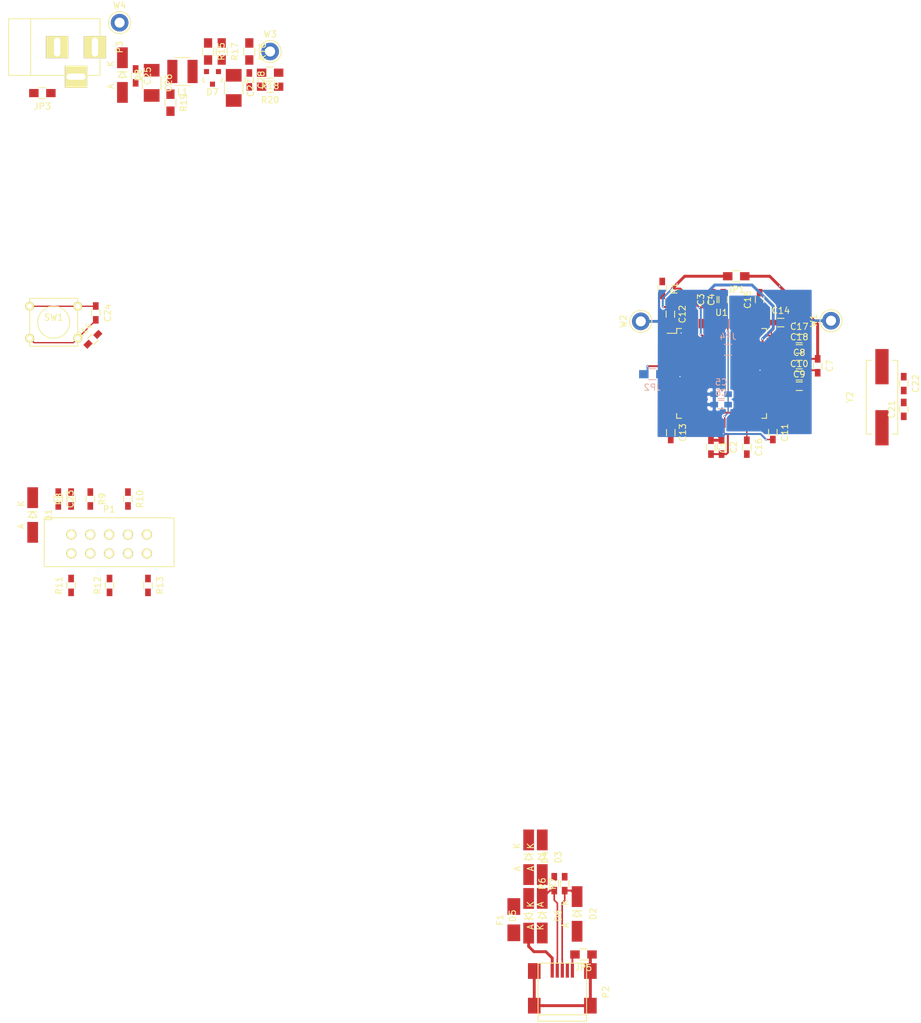
<source format=kicad_pcb>
(kicad_pcb (version 4) (host pcbnew 4.1.0-alpha+201605071002+6776~44~ubuntu15.10.1-product)

  (general
    (links 138)
    (no_connects 78)
    (area 35.608062 25.8422 182.220711 188.59892)
    (thickness 1.6)
    (drawings 0)
    (tracks 199)
    (zones 0)
    (modules 67)
    (nets 40)
  )

  (page USLetter)
  (layers
    (0 F.Cu signal)
    (31 B.Cu signal)
    (32 B.Adhes user)
    (33 F.Adhes user)
    (34 B.Paste user)
    (35 F.Paste user)
    (36 B.SilkS user)
    (37 F.SilkS user)
    (38 B.Mask user)
    (39 F.Mask user)
    (40 Dwgs.User user)
    (41 Cmts.User user)
    (42 Eco1.User user)
    (43 Eco2.User user)
    (44 Edge.Cuts user)
    (45 Margin user)
    (46 B.CrtYd user)
    (47 F.CrtYd user)
    (48 B.Fab user)
    (49 F.Fab user)
  )

  (setup
    (last_trace_width 0.254)
    (user_trace_width 0.2032)
    (user_trace_width 0.3048)
    (user_trace_width 0.4572)
    (trace_clearance 0.254)
    (zone_clearance 0.2032)
    (zone_45_only no)
    (trace_min 0.1524)
    (segment_width 0.2)
    (edge_width 0.15)
    (via_size 0.3556)
    (via_drill 0.1778)
    (via_min_size 0.3048)
    (via_min_drill 0.1778)
    (user_via 0.3048 0.1778)
    (uvia_size 0.3)
    (uvia_drill 0.1)
    (uvias_allowed no)
    (uvia_min_size 0)
    (uvia_min_drill 0)
    (pcb_text_width 0.3)
    (pcb_text_size 1.5 1.5)
    (mod_edge_width 0.15)
    (mod_text_size 1 1)
    (mod_text_width 0.15)
    (pad_size 1.524 1.524)
    (pad_drill 0.762)
    (pad_to_mask_clearance 0.2)
    (aux_axis_origin 0 0)
    (visible_elements FFFCFF7F)
    (pcbplotparams
      (layerselection 0x00030_80000001)
      (usegerberextensions false)
      (excludeedgelayer true)
      (linewidth 0.100000)
      (plotframeref false)
      (viasonmask false)
      (mode 1)
      (useauxorigin false)
      (hpglpennumber 1)
      (hpglpenspeed 20)
      (hpglpendiameter 15)
      (psnegative false)
      (psa4output false)
      (plotreference true)
      (plotvalue true)
      (plotinvisibletext false)
      (padsonsilk false)
      (subtractmaskfromsilk false)
      (outputformat 1)
      (mirror false)
      (drillshape 1)
      (scaleselection 1)
      (outputdirectory ""))
  )

  (net 0 "")
  (net 1 VDDD)
  (net 2 GNDD)
  (net 3 /MCU/VCCD)
  (net 4 VDDA)
  (net 5 GNDA)
  (net 6 /MCU/VCCA)
  (net 7 /MCU/P0.4)
  (net 8 /MCU/P3.2)
  (net 9 /MCU/P0.3)
  (net 10 /MCU/P0.2)
  (net 11 /MCU/RTC_P)
  (net 12 /MCU/RTC_N)
  (net 13 VTARG)
  (net 14 XRES)
  (net 15 VBATT)
  (net 16 VBATT_GND)
  (net 17 "Net-(C27-Pad1)")
  (net 18 USB_P)
  (net 19 "Net-(D3-Pad2)")
  (net 20 USB_N)
  (net 21 "Net-(D7-Pad2)")
  (net 22 GNDPWR)
  (net 23 Earth)
  (net 24 /MCU/USBP_N)
  (net 25 /MCU/USBP_P)
  (net 26 "Net-(P1-Pad1)")
  (net 27 P1.0_TMS)
  (net 28 "Net-(P1-Pad2)")
  (net 29 P1.1_TCK)
  (net 30 "Net-(P1-Pad4)")
  (net 31 P1.4_TDO)
  (net 32 "Net-(P1-Pad6)")
  (net 33 P1.5_TDI)
  (net 34 "Net-(P1-Pad8)")
  (net 35 P1.6_nRST)
  (net 36 "Net-(P1-Pad10)")
  (net 37 IND)
  (net 38 VBOOST)
  (net 39 "/PSoC Extra Circuits/USB_VCC")

  (net_class Default "This is the default net class."
    (clearance 0.254)
    (trace_width 0.254)
    (via_dia 0.3556)
    (via_drill 0.1778)
    (uvia_dia 0.3)
    (uvia_drill 0.1)
    (add_net /MCU/P0.2)
    (add_net /MCU/P0.3)
    (add_net /MCU/P0.4)
    (add_net /MCU/P3.2)
    (add_net /MCU/RTC_N)
    (add_net /MCU/RTC_P)
    (add_net /MCU/USBP_N)
    (add_net /MCU/USBP_P)
    (add_net /MCU/VCCA)
    (add_net /MCU/VCCD)
    (add_net "/PSoC Extra Circuits/USB_VCC")
    (add_net Earth)
    (add_net GNDA)
    (add_net GNDD)
    (add_net GNDPWR)
    (add_net IND)
    (add_net "Net-(C27-Pad1)")
    (add_net "Net-(D3-Pad2)")
    (add_net "Net-(D7-Pad2)")
    (add_net "Net-(P1-Pad1)")
    (add_net "Net-(P1-Pad10)")
    (add_net "Net-(P1-Pad2)")
    (add_net "Net-(P1-Pad4)")
    (add_net "Net-(P1-Pad6)")
    (add_net "Net-(P1-Pad8)")
    (add_net P1.0_TMS)
    (add_net P1.1_TCK)
    (add_net P1.4_TDO)
    (add_net P1.5_TDI)
    (add_net P1.6_nRST)
    (add_net USB_N)
    (add_net USB_P)
    (add_net VBATT)
    (add_net VBATT_GND)
    (add_net VBOOST)
    (add_net VDDA)
    (add_net VDDD)
    (add_net VTARG)
    (add_net XRES)
  )

  (module Resistors_SMD:R_0603_HandSoldering (layer F.Cu) (tedit 5418A00F) (tstamp 572E930B)
    (at 148.594697 96.979265 270)
    (descr "Resistor SMD 0603, hand soldering")
    (tags "resistor 0603")
    (path /572E713B/567B9757)
    (attr smd)
    (fp_text reference C1 (at 0 -1.9 270) (layer F.SilkS)
      (effects (font (size 1 1) (thickness 0.15)))
    )
    (fp_text value 1.0UF (at 0 1.9 270) (layer F.Fab)
      (effects (font (size 1 1) (thickness 0.15)))
    )
    (fp_line (start -2 -0.8) (end 2 -0.8) (layer F.CrtYd) (width 0.05))
    (fp_line (start -2 0.8) (end 2 0.8) (layer F.CrtYd) (width 0.05))
    (fp_line (start -2 -0.8) (end -2 0.8) (layer F.CrtYd) (width 0.05))
    (fp_line (start 2 -0.8) (end 2 0.8) (layer F.CrtYd) (width 0.05))
    (fp_line (start 0.5 0.675) (end -0.5 0.675) (layer F.SilkS) (width 0.15))
    (fp_line (start -0.5 -0.675) (end 0.5 -0.675) (layer F.SilkS) (width 0.15))
    (pad 1 smd rect (at -1.1 0 270) (size 1.2 0.9) (layers F.Cu F.Paste F.Mask)
      (net 1 VDDD))
    (pad 2 smd rect (at 1.1 0 270) (size 1.2 0.9) (layers F.Cu F.Paste F.Mask)
      (net 2 GNDD))
    (model Resistors_SMD.3dshapes/R_0603_HandSoldering.wrl
      (at (xyz 0 0 0))
      (scale (xyz 1 1 1))
      (rotate (xyz 0 0 0))
    )
  )

  (module Resistors_SMD:R_0603_HandSoldering (layer F.Cu) (tedit 5418A00F) (tstamp 572E9317)
    (at 150.2791 96.979266 270)
    (descr "Resistor SMD 0603, hand soldering")
    (tags "resistor 0603")
    (path /572E713B/567B1F9E)
    (attr smd)
    (fp_text reference C2 (at 0 -1.9 270) (layer F.SilkS)
      (effects (font (size 1 1) (thickness 0.15)))
    )
    (fp_text value 0.1UF (at 0 1.9 270) (layer F.Fab)
      (effects (font (size 1 1) (thickness 0.15)))
    )
    (fp_line (start -2 -0.8) (end 2 -0.8) (layer F.CrtYd) (width 0.05))
    (fp_line (start -2 0.8) (end 2 0.8) (layer F.CrtYd) (width 0.05))
    (fp_line (start -2 -0.8) (end -2 0.8) (layer F.CrtYd) (width 0.05))
    (fp_line (start 2 -0.8) (end 2 0.8) (layer F.CrtYd) (width 0.05))
    (fp_line (start 0.5 0.675) (end -0.5 0.675) (layer F.SilkS) (width 0.15))
    (fp_line (start -0.5 -0.675) (end 0.5 -0.675) (layer F.SilkS) (width 0.15))
    (pad 1 smd rect (at -1.1 0 270) (size 1.2 0.9) (layers F.Cu F.Paste F.Mask)
      (net 1 VDDD))
    (pad 2 smd rect (at 1.1 0 270) (size 1.2 0.9) (layers F.Cu F.Paste F.Mask)
      (net 2 GNDD))
    (model Resistors_SMD.3dshapes/R_0603_HandSoldering.wrl
      (at (xyz 0 0 0))
      (scale (xyz 1 1 1))
      (rotate (xyz 0 0 0))
    )
  )

  (module Resistors_SMD:R_0603_HandSoldering (layer F.Cu) (tedit 5418A00F) (tstamp 572E9323)
    (at 148.892062 73.563194 90)
    (descr "Resistor SMD 0603, hand soldering")
    (tags "resistor 0603")
    (path /572E713B/56846F5B)
    (attr smd)
    (fp_text reference C3 (at 0 -1.9 90) (layer F.SilkS)
      (effects (font (size 1 1) (thickness 0.15)))
    )
    (fp_text value 1.0UF (at 0 1.9 90) (layer F.Fab)
      (effects (font (size 1 1) (thickness 0.15)))
    )
    (fp_line (start -2 -0.8) (end 2 -0.8) (layer F.CrtYd) (width 0.05))
    (fp_line (start -2 0.8) (end 2 0.8) (layer F.CrtYd) (width 0.05))
    (fp_line (start -2 -0.8) (end -2 0.8) (layer F.CrtYd) (width 0.05))
    (fp_line (start 2 -0.8) (end 2 0.8) (layer F.CrtYd) (width 0.05))
    (fp_line (start 0.5 0.675) (end -0.5 0.675) (layer F.SilkS) (width 0.15))
    (fp_line (start -0.5 -0.675) (end 0.5 -0.675) (layer F.SilkS) (width 0.15))
    (pad 1 smd rect (at -1.1 0 90) (size 1.2 0.9) (layers F.Cu F.Paste F.Mask)
      (net 1 VDDD))
    (pad 2 smd rect (at 1.1 0 90) (size 1.2 0.9) (layers F.Cu F.Paste F.Mask)
      (net 2 GNDD))
    (model Resistors_SMD.3dshapes/R_0603_HandSoldering.wrl
      (at (xyz 0 0 0))
      (scale (xyz 1 1 1))
      (rotate (xyz 0 0 0))
    )
  )

  (module Resistors_SMD:R_0603_HandSoldering (layer F.Cu) (tedit 5418A00F) (tstamp 572E932F)
    (at 150.5331 73.563194 90)
    (descr "Resistor SMD 0603, hand soldering")
    (tags "resistor 0603")
    (path /572E713B/567B3F1E)
    (attr smd)
    (fp_text reference C4 (at 0 -1.9 90) (layer F.SilkS)
      (effects (font (size 1 1) (thickness 0.15)))
    )
    (fp_text value 0.1UF (at 0 1.9 90) (layer F.Fab)
      (effects (font (size 1 1) (thickness 0.15)))
    )
    (fp_line (start -2 -0.8) (end 2 -0.8) (layer F.CrtYd) (width 0.05))
    (fp_line (start -2 0.8) (end 2 0.8) (layer F.CrtYd) (width 0.05))
    (fp_line (start -2 -0.8) (end -2 0.8) (layer F.CrtYd) (width 0.05))
    (fp_line (start 2 -0.8) (end 2 0.8) (layer F.CrtYd) (width 0.05))
    (fp_line (start 0.5 0.675) (end -0.5 0.675) (layer F.SilkS) (width 0.15))
    (fp_line (start -0.5 -0.675) (end 0.5 -0.675) (layer F.SilkS) (width 0.15))
    (pad 1 smd rect (at -1.1 0 90) (size 1.2 0.9) (layers F.Cu F.Paste F.Mask)
      (net 1 VDDD))
    (pad 2 smd rect (at 1.1 0 90) (size 1.2 0.9) (layers F.Cu F.Paste F.Mask)
      (net 2 GNDD))
    (model Resistors_SMD.3dshapes/R_0603_HandSoldering.wrl
      (at (xyz 0 0 0))
      (scale (xyz 1 1 1))
      (rotate (xyz 0 0 0))
    )
  )

  (module Resistors_SMD:R_0603_HandSoldering (layer B.Cu) (tedit 5418A00F) (tstamp 572E933B)
    (at 150.2156 88.5698 180)
    (descr "Resistor SMD 0603, hand soldering")
    (tags "resistor 0603")
    (path /572E713B/567BE083)
    (attr smd)
    (fp_text reference C5 (at 0 1.9 180) (layer B.SilkS)
      (effects (font (size 1 1) (thickness 0.15)) (justify mirror))
    )
    (fp_text value 1.0UF (at 0 -1.9 180) (layer B.Fab)
      (effects (font (size 1 1) (thickness 0.15)) (justify mirror))
    )
    (fp_line (start -2 0.8) (end 2 0.8) (layer B.CrtYd) (width 0.05))
    (fp_line (start -2 -0.8) (end 2 -0.8) (layer B.CrtYd) (width 0.05))
    (fp_line (start -2 0.8) (end -2 -0.8) (layer B.CrtYd) (width 0.05))
    (fp_line (start 2 0.8) (end 2 -0.8) (layer B.CrtYd) (width 0.05))
    (fp_line (start 0.5 -0.675) (end -0.5 -0.675) (layer B.SilkS) (width 0.15))
    (fp_line (start -0.5 0.675) (end 0.5 0.675) (layer B.SilkS) (width 0.15))
    (pad 1 smd rect (at -1.1 0 180) (size 1.2 0.9) (layers B.Cu B.Paste B.Mask)
      (net 3 /MCU/VCCD))
    (pad 2 smd rect (at 1.1 0 180) (size 1.2 0.9) (layers B.Cu B.Paste B.Mask)
      (net 2 GNDD))
    (model Resistors_SMD.3dshapes/R_0603_HandSoldering.wrl
      (at (xyz 0 0 0))
      (scale (xyz 1 1 1))
      (rotate (xyz 0 0 0))
    )
  )

  (module Resistors_SMD:R_0603_HandSoldering (layer B.Cu) (tedit 5418A00F) (tstamp 572E9347)
    (at 150.2156 90.2208 180)
    (descr "Resistor SMD 0603, hand soldering")
    (tags "resistor 0603")
    (path /572E713B/56851CFF)
    (attr smd)
    (fp_text reference C6 (at 0 1.9 180) (layer B.SilkS)
      (effects (font (size 1 1) (thickness 0.15)) (justify mirror))
    )
    (fp_text value 0.1UF (at 0 -1.9 180) (layer B.Fab)
      (effects (font (size 1 1) (thickness 0.15)) (justify mirror))
    )
    (fp_line (start -2 0.8) (end 2 0.8) (layer B.CrtYd) (width 0.05))
    (fp_line (start -2 -0.8) (end 2 -0.8) (layer B.CrtYd) (width 0.05))
    (fp_line (start -2 0.8) (end -2 -0.8) (layer B.CrtYd) (width 0.05))
    (fp_line (start 2 0.8) (end 2 -0.8) (layer B.CrtYd) (width 0.05))
    (fp_line (start 0.5 -0.675) (end -0.5 -0.675) (layer B.SilkS) (width 0.15))
    (fp_line (start -0.5 0.675) (end 0.5 0.675) (layer B.SilkS) (width 0.15))
    (pad 1 smd rect (at -1.1 0 180) (size 1.2 0.9) (layers B.Cu B.Paste B.Mask)
      (net 3 /MCU/VCCD))
    (pad 2 smd rect (at 1.1 0 180) (size 1.2 0.9) (layers B.Cu B.Paste B.Mask)
      (net 2 GNDD))
    (model Resistors_SMD.3dshapes/R_0603_HandSoldering.wrl
      (at (xyz 0 0 0))
      (scale (xyz 1 1 1))
      (rotate (xyz 0 0 0))
    )
  )

  (module Resistors_SMD:R_0603_HandSoldering (layer F.Cu) (tedit 5418A00F) (tstamp 572E9353)
    (at 165.5191 84.0613 270)
    (descr "Resistor SMD 0603, hand soldering")
    (tags "resistor 0603")
    (path /572E713B/567BD4AB)
    (attr smd)
    (fp_text reference C7 (at 0 -1.9 270) (layer F.SilkS)
      (effects (font (size 1 1) (thickness 0.15)))
    )
    (fp_text value 1.0UF (at 0 1.9 270) (layer F.Fab)
      (effects (font (size 1 1) (thickness 0.15)))
    )
    (fp_line (start -2 -0.8) (end 2 -0.8) (layer F.CrtYd) (width 0.05))
    (fp_line (start -2 0.8) (end 2 0.8) (layer F.CrtYd) (width 0.05))
    (fp_line (start -2 -0.8) (end -2 0.8) (layer F.CrtYd) (width 0.05))
    (fp_line (start 2 -0.8) (end 2 0.8) (layer F.CrtYd) (width 0.05))
    (fp_line (start 0.5 0.675) (end -0.5 0.675) (layer F.SilkS) (width 0.15))
    (fp_line (start -0.5 -0.675) (end 0.5 -0.675) (layer F.SilkS) (width 0.15))
    (pad 1 smd rect (at -1.1 0 270) (size 1.2 0.9) (layers F.Cu F.Paste F.Mask)
      (net 4 VDDA))
    (pad 2 smd rect (at 1.1 0 270) (size 1.2 0.9) (layers F.Cu F.Paste F.Mask)
      (net 5 GNDA))
    (model Resistors_SMD.3dshapes/R_0603_HandSoldering.wrl
      (at (xyz 0 0 0))
      (scale (xyz 1 1 1))
      (rotate (xyz 0 0 0))
    )
  )

  (module Resistors_SMD:R_0603_HandSoldering (layer F.Cu) (tedit 5418A00F) (tstamp 572E935F)
    (at 162.5981 83.8708)
    (descr "Resistor SMD 0603, hand soldering")
    (tags "resistor 0603")
    (path /572E713B/567B5DD7)
    (attr smd)
    (fp_text reference C8 (at 0 -1.9) (layer F.SilkS)
      (effects (font (size 1 1) (thickness 0.15)))
    )
    (fp_text value 0.1UF (at 0 1.9) (layer F.Fab)
      (effects (font (size 1 1) (thickness 0.15)))
    )
    (fp_line (start -2 -0.8) (end 2 -0.8) (layer F.CrtYd) (width 0.05))
    (fp_line (start -2 0.8) (end 2 0.8) (layer F.CrtYd) (width 0.05))
    (fp_line (start -2 -0.8) (end -2 0.8) (layer F.CrtYd) (width 0.05))
    (fp_line (start 2 -0.8) (end 2 0.8) (layer F.CrtYd) (width 0.05))
    (fp_line (start 0.5 0.675) (end -0.5 0.675) (layer F.SilkS) (width 0.15))
    (fp_line (start -0.5 -0.675) (end 0.5 -0.675) (layer F.SilkS) (width 0.15))
    (pad 1 smd rect (at -1.1 0) (size 1.2 0.9) (layers F.Cu F.Paste F.Mask)
      (net 4 VDDA))
    (pad 2 smd rect (at 1.1 0) (size 1.2 0.9) (layers F.Cu F.Paste F.Mask)
      (net 5 GNDA))
    (model Resistors_SMD.3dshapes/R_0603_HandSoldering.wrl
      (at (xyz 0 0 0))
      (scale (xyz 1 1 1))
      (rotate (xyz 0 0 0))
    )
  )

  (module Resistors_SMD:R_0603_HandSoldering (layer F.Cu) (tedit 5418A00F) (tstamp 572E936B)
    (at 162.5981 87.2998)
    (descr "Resistor SMD 0603, hand soldering")
    (tags "resistor 0603")
    (path /572E713B/56854C84)
    (attr smd)
    (fp_text reference C9 (at 0 -1.9) (layer F.SilkS)
      (effects (font (size 1 1) (thickness 0.15)))
    )
    (fp_text value 1.0UF (at 0 1.9) (layer F.Fab)
      (effects (font (size 1 1) (thickness 0.15)))
    )
    (fp_line (start -2 -0.8) (end 2 -0.8) (layer F.CrtYd) (width 0.05))
    (fp_line (start -2 0.8) (end 2 0.8) (layer F.CrtYd) (width 0.05))
    (fp_line (start -2 -0.8) (end -2 0.8) (layer F.CrtYd) (width 0.05))
    (fp_line (start 2 -0.8) (end 2 0.8) (layer F.CrtYd) (width 0.05))
    (fp_line (start 0.5 0.675) (end -0.5 0.675) (layer F.SilkS) (width 0.15))
    (fp_line (start -0.5 -0.675) (end 0.5 -0.675) (layer F.SilkS) (width 0.15))
    (pad 1 smd rect (at -1.1 0) (size 1.2 0.9) (layers F.Cu F.Paste F.Mask)
      (net 6 /MCU/VCCA))
    (pad 2 smd rect (at 1.1 0) (size 1.2 0.9) (layers F.Cu F.Paste F.Mask)
      (net 5 GNDA))
    (model Resistors_SMD.3dshapes/R_0603_HandSoldering.wrl
      (at (xyz 0 0 0))
      (scale (xyz 1 1 1))
      (rotate (xyz 0 0 0))
    )
  )

  (module Resistors_SMD:R_0603_HandSoldering (layer F.Cu) (tedit 5418A00F) (tstamp 572E9377)
    (at 162.5981 85.6488)
    (descr "Resistor SMD 0603, hand soldering")
    (tags "resistor 0603")
    (path /572E713B/56854C8A)
    (attr smd)
    (fp_text reference C10 (at 0 -1.9) (layer F.SilkS)
      (effects (font (size 1 1) (thickness 0.15)))
    )
    (fp_text value 0.1UF (at 0 1.9) (layer F.Fab)
      (effects (font (size 1 1) (thickness 0.15)))
    )
    (fp_line (start -2 -0.8) (end 2 -0.8) (layer F.CrtYd) (width 0.05))
    (fp_line (start -2 0.8) (end 2 0.8) (layer F.CrtYd) (width 0.05))
    (fp_line (start -2 -0.8) (end -2 0.8) (layer F.CrtYd) (width 0.05))
    (fp_line (start 2 -0.8) (end 2 0.8) (layer F.CrtYd) (width 0.05))
    (fp_line (start 0.5 0.675) (end -0.5 0.675) (layer F.SilkS) (width 0.15))
    (fp_line (start -0.5 -0.675) (end 0.5 -0.675) (layer F.SilkS) (width 0.15))
    (pad 1 smd rect (at -1.1 0) (size 1.2 0.9) (layers F.Cu F.Paste F.Mask)
      (net 6 /MCU/VCCA))
    (pad 2 smd rect (at 1.1 0) (size 1.2 0.9) (layers F.Cu F.Paste F.Mask)
      (net 5 GNDA))
    (model Resistors_SMD.3dshapes/R_0603_HandSoldering.wrl
      (at (xyz 0 0 0))
      (scale (xyz 1 1 1))
      (rotate (xyz 0 0 0))
    )
  )

  (module Resistors_SMD:R_0603_HandSoldering (layer F.Cu) (tedit 5418A00F) (tstamp 572E9383)
    (at 158.4071 94.6658 270)
    (descr "Resistor SMD 0603, hand soldering")
    (tags "resistor 0603")
    (path /572E713B/567F3CC1)
    (attr smd)
    (fp_text reference C11 (at 0 -1.9 270) (layer F.SilkS)
      (effects (font (size 1 1) (thickness 0.15)))
    )
    (fp_text value 0.1UF (at 0 1.9 270) (layer F.Fab)
      (effects (font (size 1 1) (thickness 0.15)))
    )
    (fp_line (start -2 -0.8) (end 2 -0.8) (layer F.CrtYd) (width 0.05))
    (fp_line (start -2 0.8) (end 2 0.8) (layer F.CrtYd) (width 0.05))
    (fp_line (start -2 -0.8) (end -2 0.8) (layer F.CrtYd) (width 0.05))
    (fp_line (start 2 -0.8) (end 2 0.8) (layer F.CrtYd) (width 0.05))
    (fp_line (start 0.5 0.675) (end -0.5 0.675) (layer F.SilkS) (width 0.15))
    (fp_line (start -0.5 -0.675) (end 0.5 -0.675) (layer F.SilkS) (width 0.15))
    (pad 1 smd rect (at -1.1 0 270) (size 1.2 0.9) (layers F.Cu F.Paste F.Mask)
      (net 1 VDDD))
    (pad 2 smd rect (at 1.1 0 270) (size 1.2 0.9) (layers F.Cu F.Paste F.Mask)
      (net 2 GNDD))
    (model Resistors_SMD.3dshapes/R_0603_HandSoldering.wrl
      (at (xyz 0 0 0))
      (scale (xyz 1 1 1))
      (rotate (xyz 0 0 0))
    )
  )

  (module Resistors_SMD:R_0603_HandSoldering (layer F.Cu) (tedit 5418A00F) (tstamp 572E938F)
    (at 142.1511 75.8698 270)
    (descr "Resistor SMD 0603, hand soldering")
    (tags "resistor 0603")
    (path /572E713B/567F3DF4)
    (attr smd)
    (fp_text reference C12 (at 0 -1.9 270) (layer F.SilkS)
      (effects (font (size 1 1) (thickness 0.15)))
    )
    (fp_text value 0.1UF (at 0 1.9 270) (layer F.Fab)
      (effects (font (size 1 1) (thickness 0.15)))
    )
    (fp_line (start -2 -0.8) (end 2 -0.8) (layer F.CrtYd) (width 0.05))
    (fp_line (start -2 0.8) (end 2 0.8) (layer F.CrtYd) (width 0.05))
    (fp_line (start -2 -0.8) (end -2 0.8) (layer F.CrtYd) (width 0.05))
    (fp_line (start 2 -0.8) (end 2 0.8) (layer F.CrtYd) (width 0.05))
    (fp_line (start 0.5 0.675) (end -0.5 0.675) (layer F.SilkS) (width 0.15))
    (fp_line (start -0.5 -0.675) (end 0.5 -0.675) (layer F.SilkS) (width 0.15))
    (pad 1 smd rect (at -1.1 0 270) (size 1.2 0.9) (layers F.Cu F.Paste F.Mask)
      (net 1 VDDD))
    (pad 2 smd rect (at 1.1 0 270) (size 1.2 0.9) (layers F.Cu F.Paste F.Mask)
      (net 2 GNDD))
    (model Resistors_SMD.3dshapes/R_0603_HandSoldering.wrl
      (at (xyz 0 0 0))
      (scale (xyz 1 1 1))
      (rotate (xyz 0 0 0))
    )
  )

  (module Resistors_SMD:R_0603_HandSoldering (layer F.Cu) (tedit 5418A00F) (tstamp 572E939B)
    (at 142.2146 94.6658 270)
    (descr "Resistor SMD 0603, hand soldering")
    (tags "resistor 0603")
    (path /572E713B/567B5884)
    (attr smd)
    (fp_text reference C13 (at 0 -1.9 270) (layer F.SilkS)
      (effects (font (size 1 1) (thickness 0.15)))
    )
    (fp_text value 0.1UF (at 0 1.9 270) (layer F.Fab)
      (effects (font (size 1 1) (thickness 0.15)))
    )
    (fp_line (start -2 -0.8) (end 2 -0.8) (layer F.CrtYd) (width 0.05))
    (fp_line (start -2 0.8) (end 2 0.8) (layer F.CrtYd) (width 0.05))
    (fp_line (start -2 -0.8) (end -2 0.8) (layer F.CrtYd) (width 0.05))
    (fp_line (start 2 -0.8) (end 2 0.8) (layer F.CrtYd) (width 0.05))
    (fp_line (start 0.5 0.675) (end -0.5 0.675) (layer F.SilkS) (width 0.15))
    (fp_line (start -0.5 -0.675) (end 0.5 -0.675) (layer F.SilkS) (width 0.15))
    (pad 1 smd rect (at -1.1 0 270) (size 1.2 0.9) (layers F.Cu F.Paste F.Mask)
      (net 1 VDDD))
    (pad 2 smd rect (at 1.1 0 270) (size 1.2 0.9) (layers F.Cu F.Paste F.Mask)
      (net 2 GNDD))
    (model Resistors_SMD.3dshapes/R_0603_HandSoldering.wrl
      (at (xyz 0 0 0))
      (scale (xyz 1 1 1))
      (rotate (xyz 0 0 0))
    )
  )

  (module Resistors_SMD:R_0603_HandSoldering (layer F.Cu) (tedit 5418A00F) (tstamp 572E93A7)
    (at 159.6771 77.2033)
    (descr "Resistor SMD 0603, hand soldering")
    (tags "resistor 0603")
    (path /572E713B/567B1F1F)
    (attr smd)
    (fp_text reference C14 (at 0 -1.9) (layer F.SilkS)
      (effects (font (size 1 1) (thickness 0.15)))
    )
    (fp_text value 0.1UF (at 0 1.9) (layer F.Fab)
      (effects (font (size 1 1) (thickness 0.15)))
    )
    (fp_line (start -2 -0.8) (end 2 -0.8) (layer F.CrtYd) (width 0.05))
    (fp_line (start -2 0.8) (end 2 0.8) (layer F.CrtYd) (width 0.05))
    (fp_line (start -2 -0.8) (end -2 0.8) (layer F.CrtYd) (width 0.05))
    (fp_line (start 2 -0.8) (end 2 0.8) (layer F.CrtYd) (width 0.05))
    (fp_line (start 0.5 0.675) (end -0.5 0.675) (layer F.SilkS) (width 0.15))
    (fp_line (start -0.5 -0.675) (end 0.5 -0.675) (layer F.SilkS) (width 0.15))
    (pad 1 smd rect (at -1.1 0) (size 1.2 0.9) (layers F.Cu F.Paste F.Mask)
      (net 4 VDDA))
    (pad 2 smd rect (at 1.1 0) (size 1.2 0.9) (layers F.Cu F.Paste F.Mask)
      (net 5 GNDA))
    (model Resistors_SMD.3dshapes/R_0603_HandSoldering.wrl
      (at (xyz 0 0 0))
      (scale (xyz 1 1 1))
      (rotate (xyz 0 0 0))
    )
  )

  (module Resistors_SMD:R_0603_HandSoldering (layer F.Cu) (tedit 5418A00F) (tstamp 572E93B3)
    (at 156.3116 73.563194 90)
    (descr "Resistor SMD 0603, hand soldering")
    (tags "resistor 0603")
    (path /572E713B/567D1436)
    (attr smd)
    (fp_text reference C15 (at 0 -1.9 90) (layer F.SilkS)
      (effects (font (size 1 1) (thickness 0.15)))
    )
    (fp_text value 1.0UF (at 0 1.9 90) (layer F.Fab)
      (effects (font (size 1 1) (thickness 0.15)))
    )
    (fp_line (start -2 -0.8) (end 2 -0.8) (layer F.CrtYd) (width 0.05))
    (fp_line (start -2 0.8) (end 2 0.8) (layer F.CrtYd) (width 0.05))
    (fp_line (start -2 -0.8) (end -2 0.8) (layer F.CrtYd) (width 0.05))
    (fp_line (start 2 -0.8) (end 2 0.8) (layer F.CrtYd) (width 0.05))
    (fp_line (start 0.5 0.675) (end -0.5 0.675) (layer F.SilkS) (width 0.15))
    (fp_line (start -0.5 -0.675) (end 0.5 -0.675) (layer F.SilkS) (width 0.15))
    (pad 1 smd rect (at -1.1 0 90) (size 1.2 0.9) (layers F.Cu F.Paste F.Mask)
      (net 7 /MCU/P0.4))
    (pad 2 smd rect (at 1.1 0 90) (size 1.2 0.9) (layers F.Cu F.Paste F.Mask)
      (net 5 GNDA))
    (model Resistors_SMD.3dshapes/R_0603_HandSoldering.wrl
      (at (xyz 0 0 0))
      (scale (xyz 1 1 1))
      (rotate (xyz 0 0 0))
    )
  )

  (module Resistors_SMD:R_0603_HandSoldering (layer F.Cu) (tedit 5418A00F) (tstamp 572E93BF)
    (at 154.2796 96.979266 270)
    (descr "Resistor SMD 0603, hand soldering")
    (tags "resistor 0603")
    (path /572E713B/567D041F)
    (attr smd)
    (fp_text reference C16 (at 0 -1.9 270) (layer F.SilkS)
      (effects (font (size 1 1) (thickness 0.15)))
    )
    (fp_text value 1.0UF (at 0 1.9 270) (layer F.Fab)
      (effects (font (size 1 1) (thickness 0.15)))
    )
    (fp_line (start -2 -0.8) (end 2 -0.8) (layer F.CrtYd) (width 0.05))
    (fp_line (start -2 0.8) (end 2 0.8) (layer F.CrtYd) (width 0.05))
    (fp_line (start -2 -0.8) (end -2 0.8) (layer F.CrtYd) (width 0.05))
    (fp_line (start 2 -0.8) (end 2 0.8) (layer F.CrtYd) (width 0.05))
    (fp_line (start 0.5 0.675) (end -0.5 0.675) (layer F.SilkS) (width 0.15))
    (fp_line (start -0.5 -0.675) (end 0.5 -0.675) (layer F.SilkS) (width 0.15))
    (pad 1 smd rect (at -1.1 0 270) (size 1.2 0.9) (layers F.Cu F.Paste F.Mask)
      (net 8 /MCU/P3.2))
    (pad 2 smd rect (at 1.1 0 270) (size 1.2 0.9) (layers F.Cu F.Paste F.Mask)
      (net 5 GNDA))
    (model Resistors_SMD.3dshapes/R_0603_HandSoldering.wrl
      (at (xyz 0 0 0))
      (scale (xyz 1 1 1))
      (rotate (xyz 0 0 0))
    )
  )

  (module Resistors_SMD:R_0603_HandSoldering (layer F.Cu) (tedit 5418A00F) (tstamp 572E93CB)
    (at 162.5981 79.7433)
    (descr "Resistor SMD 0603, hand soldering")
    (tags "resistor 0603")
    (path /572E713B/567D1386)
    (attr smd)
    (fp_text reference C17 (at 0 -1.9) (layer F.SilkS)
      (effects (font (size 1 1) (thickness 0.15)))
    )
    (fp_text value 1.0UF (at 0 1.9) (layer F.Fab)
      (effects (font (size 1 1) (thickness 0.15)))
    )
    (fp_line (start -2 -0.8) (end 2 -0.8) (layer F.CrtYd) (width 0.05))
    (fp_line (start -2 0.8) (end 2 0.8) (layer F.CrtYd) (width 0.05))
    (fp_line (start -2 -0.8) (end -2 0.8) (layer F.CrtYd) (width 0.05))
    (fp_line (start 2 -0.8) (end 2 0.8) (layer F.CrtYd) (width 0.05))
    (fp_line (start 0.5 0.675) (end -0.5 0.675) (layer F.SilkS) (width 0.15))
    (fp_line (start -0.5 -0.675) (end 0.5 -0.675) (layer F.SilkS) (width 0.15))
    (pad 1 smd rect (at -1.1 0) (size 1.2 0.9) (layers F.Cu F.Paste F.Mask)
      (net 9 /MCU/P0.3))
    (pad 2 smd rect (at 1.1 0) (size 1.2 0.9) (layers F.Cu F.Paste F.Mask)
      (net 5 GNDA))
    (model Resistors_SMD.3dshapes/R_0603_HandSoldering.wrl
      (at (xyz 0 0 0))
      (scale (xyz 1 1 1))
      (rotate (xyz 0 0 0))
    )
  )

  (module Resistors_SMD:R_0603_HandSoldering (layer F.Cu) (tedit 5418A00F) (tstamp 572E93D7)
    (at 162.5981 81.3943)
    (descr "Resistor SMD 0603, hand soldering")
    (tags "resistor 0603")
    (path /572E713B/567D12CD)
    (attr smd)
    (fp_text reference C18 (at 0 -1.9) (layer F.SilkS)
      (effects (font (size 1 1) (thickness 0.15)))
    )
    (fp_text value 1.0UF (at 0 1.9) (layer F.Fab)
      (effects (font (size 1 1) (thickness 0.15)))
    )
    (fp_line (start -2 -0.8) (end 2 -0.8) (layer F.CrtYd) (width 0.05))
    (fp_line (start -2 0.8) (end 2 0.8) (layer F.CrtYd) (width 0.05))
    (fp_line (start -2 -0.8) (end -2 0.8) (layer F.CrtYd) (width 0.05))
    (fp_line (start 2 -0.8) (end 2 0.8) (layer F.CrtYd) (width 0.05))
    (fp_line (start 0.5 0.675) (end -0.5 0.675) (layer F.SilkS) (width 0.15))
    (fp_line (start -0.5 -0.675) (end 0.5 -0.675) (layer F.SilkS) (width 0.15))
    (pad 1 smd rect (at -1.1 0) (size 1.2 0.9) (layers F.Cu F.Paste F.Mask)
      (net 10 /MCU/P0.2))
    (pad 2 smd rect (at 1.1 0) (size 1.2 0.9) (layers F.Cu F.Paste F.Mask)
      (net 5 GNDA))
    (model Resistors_SMD.3dshapes/R_0603_HandSoldering.wrl
      (at (xyz 0 0 0))
      (scale (xyz 1 1 1))
      (rotate (xyz 0 0 0))
    )
  )

  (module Resistors_SMD:R_0603_HandSoldering (layer F.Cu) (tedit 5418A00F) (tstamp 572E93FB)
    (at 179.174211 90.982812 90)
    (descr "Resistor SMD 0603, hand soldering")
    (tags "resistor 0603")
    (path /572E713B/567C697F)
    (attr smd)
    (fp_text reference C21 (at 0 -1.9 90) (layer F.SilkS)
      (effects (font (size 1 1) (thickness 0.15)))
    )
    (fp_text value 22PF (at 0 1.9 90) (layer F.Fab)
      (effects (font (size 1 1) (thickness 0.15)))
    )
    (fp_line (start -2 -0.8) (end 2 -0.8) (layer F.CrtYd) (width 0.05))
    (fp_line (start -2 0.8) (end 2 0.8) (layer F.CrtYd) (width 0.05))
    (fp_line (start -2 -0.8) (end -2 0.8) (layer F.CrtYd) (width 0.05))
    (fp_line (start 2 -0.8) (end 2 0.8) (layer F.CrtYd) (width 0.05))
    (fp_line (start 0.5 0.675) (end -0.5 0.675) (layer F.SilkS) (width 0.15))
    (fp_line (start -0.5 -0.675) (end 0.5 -0.675) (layer F.SilkS) (width 0.15))
    (pad 1 smd rect (at -1.1 0 90) (size 1.2 0.9) (layers F.Cu F.Paste F.Mask)
      (net 11 /MCU/RTC_P))
    (pad 2 smd rect (at 1.1 0 90) (size 1.2 0.9) (layers F.Cu F.Paste F.Mask)
      (net 5 GNDA))
    (model Resistors_SMD.3dshapes/R_0603_HandSoldering.wrl
      (at (xyz 0 0 0))
      (scale (xyz 1 1 1))
      (rotate (xyz 0 0 0))
    )
  )

  (module Resistors_SMD:R_0603_HandSoldering (layer F.Cu) (tedit 5418A00F) (tstamp 572E9407)
    (at 179.17421 86.885612 270)
    (descr "Resistor SMD 0603, hand soldering")
    (tags "resistor 0603")
    (path /572E713B/567C6986)
    (attr smd)
    (fp_text reference C22 (at 0 -1.9 270) (layer F.SilkS)
      (effects (font (size 1 1) (thickness 0.15)))
    )
    (fp_text value 22PF (at 0 1.9 270) (layer F.Fab)
      (effects (font (size 1 1) (thickness 0.15)))
    )
    (fp_line (start -2 -0.8) (end 2 -0.8) (layer F.CrtYd) (width 0.05))
    (fp_line (start -2 0.8) (end 2 0.8) (layer F.CrtYd) (width 0.05))
    (fp_line (start -2 -0.8) (end -2 0.8) (layer F.CrtYd) (width 0.05))
    (fp_line (start 2 -0.8) (end 2 0.8) (layer F.CrtYd) (width 0.05))
    (fp_line (start 0.5 0.675) (end -0.5 0.675) (layer F.SilkS) (width 0.15))
    (fp_line (start -0.5 -0.675) (end 0.5 -0.675) (layer F.SilkS) (width 0.15))
    (pad 1 smd rect (at -1.1 0 270) (size 1.2 0.9) (layers F.Cu F.Paste F.Mask)
      (net 12 /MCU/RTC_N))
    (pad 2 smd rect (at 1.1 0 270) (size 1.2 0.9) (layers F.Cu F.Paste F.Mask)
      (net 5 GNDA))
    (model Resistors_SMD.3dshapes/R_0603_HandSoldering.wrl
      (at (xyz 0 0 0))
      (scale (xyz 1 1 1))
      (rotate (xyz 0 0 0))
    )
  )

  (module Resistors_SMD:R_0603_HandSoldering (layer F.Cu) (tedit 5418A00F) (tstamp 572E9413)
    (at 45.0596 105.2068 270)
    (descr "Resistor SMD 0603, hand soldering")
    (tags "resistor 0603")
    (path /572F8524/567CE931)
    (attr smd)
    (fp_text reference C23 (at 0 -1.9 270) (layer F.SilkS)
      (effects (font (size 1 1) (thickness 0.15)))
    )
    (fp_text value 0.1UF (at 0 1.9 270) (layer F.Fab)
      (effects (font (size 1 1) (thickness 0.15)))
    )
    (fp_line (start -2 -0.8) (end 2 -0.8) (layer F.CrtYd) (width 0.05))
    (fp_line (start -2 0.8) (end 2 0.8) (layer F.CrtYd) (width 0.05))
    (fp_line (start -2 -0.8) (end -2 0.8) (layer F.CrtYd) (width 0.05))
    (fp_line (start 2 -0.8) (end 2 0.8) (layer F.CrtYd) (width 0.05))
    (fp_line (start 0.5 0.675) (end -0.5 0.675) (layer F.SilkS) (width 0.15))
    (fp_line (start -0.5 -0.675) (end 0.5 -0.675) (layer F.SilkS) (width 0.15))
    (pad 1 smd rect (at -1.1 0 270) (size 1.2 0.9) (layers F.Cu F.Paste F.Mask)
      (net 13 VTARG))
    (pad 2 smd rect (at 1.1 0 270) (size 1.2 0.9) (layers F.Cu F.Paste F.Mask)
      (net 2 GNDD))
    (model Resistors_SMD.3dshapes/R_0603_HandSoldering.wrl
      (at (xyz 0 0 0))
      (scale (xyz 1 1 1))
      (rotate (xyz 0 0 0))
    )
  )

  (module Resistors_SMD:R_0603_HandSoldering (layer F.Cu) (tedit 5418A00F) (tstamp 572E941F)
    (at 51.0032 75.671501 270)
    (descr "Resistor SMD 0603, hand soldering")
    (tags "resistor 0603")
    (path /573271A2/57329188)
    (attr smd)
    (fp_text reference C24 (at 0 -1.9 270) (layer F.SilkS)
      (effects (font (size 1 1) (thickness 0.15)))
    )
    (fp_text value 0.1UF (at 0 1.9 270) (layer F.Fab)
      (effects (font (size 1 1) (thickness 0.15)))
    )
    (fp_line (start -2 -0.8) (end 2 -0.8) (layer F.CrtYd) (width 0.05))
    (fp_line (start -2 0.8) (end 2 0.8) (layer F.CrtYd) (width 0.05))
    (fp_line (start -2 -0.8) (end -2 0.8) (layer F.CrtYd) (width 0.05))
    (fp_line (start 2 -0.8) (end 2 0.8) (layer F.CrtYd) (width 0.05))
    (fp_line (start 0.5 0.675) (end -0.5 0.675) (layer F.SilkS) (width 0.15))
    (fp_line (start -0.5 -0.675) (end 0.5 -0.675) (layer F.SilkS) (width 0.15))
    (pad 1 smd rect (at -1.1 0 270) (size 1.2 0.9) (layers F.Cu F.Paste F.Mask)
      (net 14 XRES))
    (pad 2 smd rect (at 1.1 0 270) (size 1.2 0.9) (layers F.Cu F.Paste F.Mask)
      (net 2 GNDD))
    (model Resistors_SMD.3dshapes/R_0603_HandSoldering.wrl
      (at (xyz 0 0 0))
      (scale (xyz 1 1 1))
      (rotate (xyz 0 0 0))
    )
  )

  (module Resistors_SMD:R_0603_HandSoldering (layer F.Cu) (tedit 5418A00F) (tstamp 572E942B)
    (at 57.3278 38.0492 270)
    (descr "Resistor SMD 0603, hand soldering")
    (tags "resistor 0603")
    (path /573271A2/573279F9)
    (attr smd)
    (fp_text reference C25 (at 0 -1.9 270) (layer F.SilkS)
      (effects (font (size 1 1) (thickness 0.15)))
    )
    (fp_text value 0.1UF (at 0 1.9 270) (layer F.Fab)
      (effects (font (size 1 1) (thickness 0.15)))
    )
    (fp_line (start -2 -0.8) (end 2 -0.8) (layer F.CrtYd) (width 0.05))
    (fp_line (start -2 0.8) (end 2 0.8) (layer F.CrtYd) (width 0.05))
    (fp_line (start -2 -0.8) (end -2 0.8) (layer F.CrtYd) (width 0.05))
    (fp_line (start 2 -0.8) (end 2 0.8) (layer F.CrtYd) (width 0.05))
    (fp_line (start 0.5 0.675) (end -0.5 0.675) (layer F.SilkS) (width 0.15))
    (fp_line (start -0.5 -0.675) (end 0.5 -0.675) (layer F.SilkS) (width 0.15))
    (pad 1 smd rect (at -1.1 0 270) (size 1.2 0.9) (layers F.Cu F.Paste F.Mask)
      (net 15 VBATT))
    (pad 2 smd rect (at 1.1 0 270) (size 1.2 0.9) (layers F.Cu F.Paste F.Mask)
      (net 16 VBATT_GND))
    (model Resistors_SMD.3dshapes/R_0603_HandSoldering.wrl
      (at (xyz 0 0 0))
      (scale (xyz 1 1 1))
      (rotate (xyz 0 0 0))
    )
  )

  (module Resistors_SMD:R_1210_HandSoldering (layer F.Cu) (tedit 5418A32D) (tstamp 572E9437)
    (at 59.8678 39.156344 270)
    (descr "Resistor SMD 1210, hand soldering")
    (tags "resistor 1210")
    (path /573271A2/57327A0E)
    (attr smd)
    (fp_text reference C26 (at 0 -2.7 270) (layer F.SilkS)
      (effects (font (size 1 1) (thickness 0.15)))
    )
    (fp_text value 22UF (at 0 2.7 270) (layer F.Fab)
      (effects (font (size 1 1) (thickness 0.15)))
    )
    (fp_line (start -3.3 -1.6) (end 3.3 -1.6) (layer F.CrtYd) (width 0.05))
    (fp_line (start -3.3 1.6) (end 3.3 1.6) (layer F.CrtYd) (width 0.05))
    (fp_line (start -3.3 -1.6) (end -3.3 1.6) (layer F.CrtYd) (width 0.05))
    (fp_line (start 3.3 -1.6) (end 3.3 1.6) (layer F.CrtYd) (width 0.05))
    (fp_line (start 1 1.475) (end -1 1.475) (layer F.SilkS) (width 0.15))
    (fp_line (start -1 -1.475) (end 1 -1.475) (layer F.SilkS) (width 0.15))
    (pad 1 smd rect (at -2 0 270) (size 2 2.5) (layers F.Cu F.Paste F.Mask)
      (net 15 VBATT))
    (pad 2 smd rect (at 2 0 270) (size 2 2.5) (layers F.Cu F.Paste F.Mask)
      (net 16 VBATT_GND))
    (model Resistors_SMD.3dshapes/R_1210_HandSoldering.wrl
      (at (xyz 0 0 0))
      (scale (xyz 1 1 1))
      (rotate (xyz 0 0 0))
    )
  )

  (module Resistors_SMD:R_1210_HandSoldering (layer F.Cu) (tedit 5418A32D) (tstamp 572E9443)
    (at 72.8853 39.9542 270)
    (descr "Resistor SMD 1210, hand soldering")
    (tags "resistor 1210")
    (path /573271A2/57327A71)
    (attr smd)
    (fp_text reference C27 (at 0 -2.7 270) (layer F.SilkS)
      (effects (font (size 1 1) (thickness 0.15)))
    )
    (fp_text value 22UF (at 0 2.7 270) (layer F.Fab)
      (effects (font (size 1 1) (thickness 0.15)))
    )
    (fp_line (start -3.3 -1.6) (end 3.3 -1.6) (layer F.CrtYd) (width 0.05))
    (fp_line (start -3.3 1.6) (end 3.3 1.6) (layer F.CrtYd) (width 0.05))
    (fp_line (start -3.3 -1.6) (end -3.3 1.6) (layer F.CrtYd) (width 0.05))
    (fp_line (start 3.3 -1.6) (end 3.3 1.6) (layer F.CrtYd) (width 0.05))
    (fp_line (start 1 1.475) (end -1 1.475) (layer F.SilkS) (width 0.15))
    (fp_line (start -1 -1.475) (end 1 -1.475) (layer F.SilkS) (width 0.15))
    (pad 1 smd rect (at -2 0 270) (size 2 2.5) (layers F.Cu F.Paste F.Mask)
      (net 17 "Net-(C27-Pad1)"))
    (pad 2 smd rect (at 2 0 270) (size 2 2.5) (layers F.Cu F.Paste F.Mask)
      (net 16 VBATT_GND))
    (model Resistors_SMD.3dshapes/R_1210_HandSoldering.wrl
      (at (xyz 0 0 0))
      (scale (xyz 1 1 1))
      (rotate (xyz 0 0 0))
    )
  )

  (module Resistors_SMD:R_0603_HandSoldering (layer F.Cu) (tedit 5418A00F) (tstamp 572E944F)
    (at 75.3618 38.6842 270)
    (descr "Resistor SMD 0603, hand soldering")
    (tags "resistor 0603")
    (path /573271A2/57327A86)
    (attr smd)
    (fp_text reference C28 (at 0 -1.9 270) (layer F.SilkS)
      (effects (font (size 1 1) (thickness 0.15)))
    )
    (fp_text value 0.1UF (at 0 1.9 270) (layer F.Fab)
      (effects (font (size 1 1) (thickness 0.15)))
    )
    (fp_line (start -2 -0.8) (end 2 -0.8) (layer F.CrtYd) (width 0.05))
    (fp_line (start -2 0.8) (end 2 0.8) (layer F.CrtYd) (width 0.05))
    (fp_line (start -2 -0.8) (end -2 0.8) (layer F.CrtYd) (width 0.05))
    (fp_line (start 2 -0.8) (end 2 0.8) (layer F.CrtYd) (width 0.05))
    (fp_line (start 0.5 0.675) (end -0.5 0.675) (layer F.SilkS) (width 0.15))
    (fp_line (start -0.5 -0.675) (end 0.5 -0.675) (layer F.SilkS) (width 0.15))
    (pad 1 smd rect (at -1.1 0 270) (size 1.2 0.9) (layers F.Cu F.Paste F.Mask)
      (net 17 "Net-(C27-Pad1)"))
    (pad 2 smd rect (at 1.1 0 270) (size 1.2 0.9) (layers F.Cu F.Paste F.Mask)
      (net 16 VBATT_GND))
    (model Resistors_SMD.3dshapes/R_0603_HandSoldering.wrl
      (at (xyz 0 0 0))
      (scale (xyz 1 1 1))
      (rotate (xyz 0 0 0))
    )
  )

  (module Diodes_SMD:MiniMELF_Handsoldering (layer F.Cu) (tedit 5530FDE5) (tstamp 572E9455)
    (at 40.9956 107.7468 270)
    (descr "Diode Mini-MELF Handsoldering")
    (tags "Diode Mini-MELF Handsoldering")
    (path /572F8524/567CEAF3)
    (attr smd)
    (fp_text reference D1 (at 0 -2.54 270) (layer F.SilkS)
      (effects (font (size 1 1) (thickness 0.15)))
    )
    (fp_text value TVS (at 0 3.81 270) (layer F.Fab)
      (effects (font (size 1 1) (thickness 0.15)))
    )
    (fp_line (start -4.55 -1) (end 4.55 -1) (layer F.CrtYd) (width 0.05))
    (fp_line (start 4.55 -1) (end 4.55 1) (layer F.CrtYd) (width 0.05))
    (fp_line (start 4.55 1) (end -4.55 1) (layer F.CrtYd) (width 0.05))
    (fp_line (start -4.55 1) (end -4.55 -1) (layer F.CrtYd) (width 0.05))
    (fp_line (start -0.49958 0) (end -0.64944 0) (layer F.SilkS) (width 0.15))
    (fp_line (start 0.34878 0) (end 0.54944 0) (layer F.SilkS) (width 0.15))
    (fp_line (start -0.49958 0) (end -0.49958 0.7493) (layer F.SilkS) (width 0.15))
    (fp_line (start -0.49958 0) (end -0.49958 -0.70104) (layer F.SilkS) (width 0.15))
    (fp_line (start -0.49958 0) (end 0.34878 -0.70104) (layer F.SilkS) (width 0.15))
    (fp_line (start 0.34878 -0.70104) (end 0.34878 0.70104) (layer F.SilkS) (width 0.15))
    (fp_line (start 0.34878 0.70104) (end -0.49958 0) (layer F.SilkS) (width 0.15))
    (fp_text user K (at -1.8 1.85 270) (layer F.SilkS)
      (effects (font (size 1 1) (thickness 0.15)))
    )
    (fp_text user A (at 1.8 1.85 270) (layer F.SilkS)
      (effects (font (size 1 1) (thickness 0.15)))
    )
    (pad 1 smd rect (at -2.75082 0 270) (size 3.29946 1.69926) (layers F.Cu F.Paste F.Mask)
      (net 13 VTARG))
    (pad 2 smd rect (at 2.75082 0 270) (size 3.29946 1.69926) (layers F.Cu F.Paste F.Mask)
      (net 2 GNDD))
    (model Diodes_SMD.3dshapes/MiniMELF_Handsoldering.wrl
      (at (xyz 0 0 0))
      (scale (xyz 0.3937 0.3937 0.3937))
      (rotate (xyz 0 0 180))
    )
  )

  (module Diodes_SMD:MiniMELF_Handsoldering (layer F.Cu) (tedit 5530FDE5) (tstamp 572E945B)
    (at 127.3556 171.061381 270)
    (descr "Diode Mini-MELF Handsoldering")
    (tags "Diode Mini-MELF Handsoldering")
    (path /573271A2/57328361)
    (attr smd)
    (fp_text reference D2 (at 0 -2.54 270) (layer F.SilkS)
      (effects (font (size 1 1) (thickness 0.15)))
    )
    (fp_text value TVS (at 0 3.81 270) (layer F.Fab)
      (effects (font (size 1 1) (thickness 0.15)))
    )
    (fp_line (start -4.55 -1) (end 4.55 -1) (layer F.CrtYd) (width 0.05))
    (fp_line (start 4.55 -1) (end 4.55 1) (layer F.CrtYd) (width 0.05))
    (fp_line (start 4.55 1) (end -4.55 1) (layer F.CrtYd) (width 0.05))
    (fp_line (start -4.55 1) (end -4.55 -1) (layer F.CrtYd) (width 0.05))
    (fp_line (start -0.49958 0) (end -0.64944 0) (layer F.SilkS) (width 0.15))
    (fp_line (start 0.34878 0) (end 0.54944 0) (layer F.SilkS) (width 0.15))
    (fp_line (start -0.49958 0) (end -0.49958 0.7493) (layer F.SilkS) (width 0.15))
    (fp_line (start -0.49958 0) (end -0.49958 -0.70104) (layer F.SilkS) (width 0.15))
    (fp_line (start -0.49958 0) (end 0.34878 -0.70104) (layer F.SilkS) (width 0.15))
    (fp_line (start 0.34878 -0.70104) (end 0.34878 0.70104) (layer F.SilkS) (width 0.15))
    (fp_line (start 0.34878 0.70104) (end -0.49958 0) (layer F.SilkS) (width 0.15))
    (fp_text user K (at -1.8 1.85 270) (layer F.SilkS)
      (effects (font (size 1 1) (thickness 0.15)))
    )
    (fp_text user A (at 1.8 1.85 270) (layer F.SilkS)
      (effects (font (size 1 1) (thickness 0.15)))
    )
    (pad 1 smd rect (at -2.75082 0 270) (size 3.29946 1.69926) (layers F.Cu F.Paste F.Mask)
      (net 18 USB_P))
    (pad 2 smd rect (at 2.75082 0 270) (size 3.29946 1.69926) (layers F.Cu F.Paste F.Mask)
      (net 2 GNDD))
    (model Diodes_SMD.3dshapes/MiniMELF_Handsoldering.wrl
      (at (xyz 0 0 0))
      (scale (xyz 0.3937 0.3937 0.3937))
      (rotate (xyz 0 0 180))
    )
  )

  (module Diodes_SMD:MiniMELF_Handsoldering (layer F.Cu) (tedit 5530FDE5) (tstamp 572E9461)
    (at 121.8311 162.0647 270)
    (descr "Diode Mini-MELF Handsoldering")
    (tags "Diode Mini-MELF Handsoldering")
    (path /573271A2/5732833C)
    (attr smd)
    (fp_text reference D3 (at 0 -2.54 270) (layer F.SilkS)
      (effects (font (size 1 1) (thickness 0.15)))
    )
    (fp_text value D_Schottky (at 0 3.81 270) (layer F.Fab)
      (effects (font (size 1 1) (thickness 0.15)))
    )
    (fp_line (start -4.55 -1) (end 4.55 -1) (layer F.CrtYd) (width 0.05))
    (fp_line (start 4.55 -1) (end 4.55 1) (layer F.CrtYd) (width 0.05))
    (fp_line (start 4.55 1) (end -4.55 1) (layer F.CrtYd) (width 0.05))
    (fp_line (start -4.55 1) (end -4.55 -1) (layer F.CrtYd) (width 0.05))
    (fp_line (start -0.49958 0) (end -0.64944 0) (layer F.SilkS) (width 0.15))
    (fp_line (start 0.34878 0) (end 0.54944 0) (layer F.SilkS) (width 0.15))
    (fp_line (start -0.49958 0) (end -0.49958 0.7493) (layer F.SilkS) (width 0.15))
    (fp_line (start -0.49958 0) (end -0.49958 -0.70104) (layer F.SilkS) (width 0.15))
    (fp_line (start -0.49958 0) (end 0.34878 -0.70104) (layer F.SilkS) (width 0.15))
    (fp_line (start 0.34878 -0.70104) (end 0.34878 0.70104) (layer F.SilkS) (width 0.15))
    (fp_line (start 0.34878 0.70104) (end -0.49958 0) (layer F.SilkS) (width 0.15))
    (fp_text user K (at -1.8 1.85 270) (layer F.SilkS)
      (effects (font (size 1 1) (thickness 0.15)))
    )
    (fp_text user A (at 1.8 1.85 270) (layer F.SilkS)
      (effects (font (size 1 1) (thickness 0.15)))
    )
    (pad 1 smd rect (at -2.75082 0 270) (size 3.29946 1.69926) (layers F.Cu F.Paste F.Mask)
      (net 1 VDDD))
    (pad 2 smd rect (at 2.75082 0 270) (size 3.29946 1.69926) (layers F.Cu F.Paste F.Mask)
      (net 19 "Net-(D3-Pad2)"))
    (model Diodes_SMD.3dshapes/MiniMELF_Handsoldering.wrl
      (at (xyz 0 0 0))
      (scale (xyz 0.3937 0.3937 0.3937))
      (rotate (xyz 0 0 180))
    )
  )

  (module Diodes_SMD:MiniMELF_Handsoldering (layer F.Cu) (tedit 5530FDE5) (tstamp 572E9467)
    (at 119.6721 162.0647 270)
    (descr "Diode Mini-MELF Handsoldering")
    (tags "Diode Mini-MELF Handsoldering")
    (path /573271A2/5732834F)
    (attr smd)
    (fp_text reference D4 (at 0 -2.54 270) (layer F.SilkS)
      (effects (font (size 1 1) (thickness 0.15)))
    )
    (fp_text value D_Schottky (at 0 3.81 270) (layer F.Fab)
      (effects (font (size 1 1) (thickness 0.15)))
    )
    (fp_line (start -4.55 -1) (end 4.55 -1) (layer F.CrtYd) (width 0.05))
    (fp_line (start 4.55 -1) (end 4.55 1) (layer F.CrtYd) (width 0.05))
    (fp_line (start 4.55 1) (end -4.55 1) (layer F.CrtYd) (width 0.05))
    (fp_line (start -4.55 1) (end -4.55 -1) (layer F.CrtYd) (width 0.05))
    (fp_line (start -0.49958 0) (end -0.64944 0) (layer F.SilkS) (width 0.15))
    (fp_line (start 0.34878 0) (end 0.54944 0) (layer F.SilkS) (width 0.15))
    (fp_line (start -0.49958 0) (end -0.49958 0.7493) (layer F.SilkS) (width 0.15))
    (fp_line (start -0.49958 0) (end -0.49958 -0.70104) (layer F.SilkS) (width 0.15))
    (fp_line (start -0.49958 0) (end 0.34878 -0.70104) (layer F.SilkS) (width 0.15))
    (fp_line (start 0.34878 -0.70104) (end 0.34878 0.70104) (layer F.SilkS) (width 0.15))
    (fp_line (start 0.34878 0.70104) (end -0.49958 0) (layer F.SilkS) (width 0.15))
    (fp_text user K (at -1.8 1.85 270) (layer F.SilkS)
      (effects (font (size 1 1) (thickness 0.15)))
    )
    (fp_text user A (at 1.8 1.85 270) (layer F.SilkS)
      (effects (font (size 1 1) (thickness 0.15)))
    )
    (pad 1 smd rect (at -2.75082 0 270) (size 3.29946 1.69926) (layers F.Cu F.Paste F.Mask)
      (net 4 VDDA))
    (pad 2 smd rect (at 2.75082 0 270) (size 3.29946 1.69926) (layers F.Cu F.Paste F.Mask)
      (net 19 "Net-(D3-Pad2)"))
    (model Diodes_SMD.3dshapes/MiniMELF_Handsoldering.wrl
      (at (xyz 0 0 0))
      (scale (xyz 0.3937 0.3937 0.3937))
      (rotate (xyz 0 0 180))
    )
  )

  (module Diodes_SMD:MiniMELF_Handsoldering (layer F.Cu) (tedit 5530FDE5) (tstamp 572E946D)
    (at 119.6721 171.35602 90)
    (descr "Diode Mini-MELF Handsoldering")
    (tags "Diode Mini-MELF Handsoldering")
    (path /573271A2/5732837B)
    (attr smd)
    (fp_text reference D5 (at 0 -2.54 90) (layer F.SilkS)
      (effects (font (size 1 1) (thickness 0.15)))
    )
    (fp_text value TVS (at 0 3.81 90) (layer F.Fab)
      (effects (font (size 1 1) (thickness 0.15)))
    )
    (fp_line (start -4.55 -1) (end 4.55 -1) (layer F.CrtYd) (width 0.05))
    (fp_line (start 4.55 -1) (end 4.55 1) (layer F.CrtYd) (width 0.05))
    (fp_line (start 4.55 1) (end -4.55 1) (layer F.CrtYd) (width 0.05))
    (fp_line (start -4.55 1) (end -4.55 -1) (layer F.CrtYd) (width 0.05))
    (fp_line (start -0.49958 0) (end -0.64944 0) (layer F.SilkS) (width 0.15))
    (fp_line (start 0.34878 0) (end 0.54944 0) (layer F.SilkS) (width 0.15))
    (fp_line (start -0.49958 0) (end -0.49958 0.7493) (layer F.SilkS) (width 0.15))
    (fp_line (start -0.49958 0) (end -0.49958 -0.70104) (layer F.SilkS) (width 0.15))
    (fp_line (start -0.49958 0) (end 0.34878 -0.70104) (layer F.SilkS) (width 0.15))
    (fp_line (start 0.34878 -0.70104) (end 0.34878 0.70104) (layer F.SilkS) (width 0.15))
    (fp_line (start 0.34878 0.70104) (end -0.49958 0) (layer F.SilkS) (width 0.15))
    (fp_text user K (at -1.8 1.85 90) (layer F.SilkS)
      (effects (font (size 1 1) (thickness 0.15)))
    )
    (fp_text user A (at 1.8 1.85 90) (layer F.SilkS)
      (effects (font (size 1 1) (thickness 0.15)))
    )
    (pad 1 smd rect (at -2.75082 0 90) (size 3.29946 1.69926) (layers F.Cu F.Paste F.Mask)
      (net 39 "/PSoC Extra Circuits/USB_VCC"))
    (pad 2 smd rect (at 2.75082 0 90) (size 3.29946 1.69926) (layers F.Cu F.Paste F.Mask)
      (net 2 GNDD))
    (model Diodes_SMD.3dshapes/MiniMELF_Handsoldering.wrl
      (at (xyz 0 0 0))
      (scale (xyz 0.3937 0.3937 0.3937))
      (rotate (xyz 0 0 180))
    )
  )

  (module Diodes_SMD:MiniMELF_Handsoldering (layer F.Cu) (tedit 5530FDE5) (tstamp 572E9473)
    (at 121.8311 171.3357 270)
    (descr "Diode Mini-MELF Handsoldering")
    (tags "Diode Mini-MELF Handsoldering")
    (path /573271A2/5732835A)
    (attr smd)
    (fp_text reference D6 (at 0 -2.54 270) (layer F.SilkS)
      (effects (font (size 1 1) (thickness 0.15)))
    )
    (fp_text value TVS (at 0 3.81 270) (layer F.Fab)
      (effects (font (size 1 1) (thickness 0.15)))
    )
    (fp_line (start -4.55 -1) (end 4.55 -1) (layer F.CrtYd) (width 0.05))
    (fp_line (start 4.55 -1) (end 4.55 1) (layer F.CrtYd) (width 0.05))
    (fp_line (start 4.55 1) (end -4.55 1) (layer F.CrtYd) (width 0.05))
    (fp_line (start -4.55 1) (end -4.55 -1) (layer F.CrtYd) (width 0.05))
    (fp_line (start -0.49958 0) (end -0.64944 0) (layer F.SilkS) (width 0.15))
    (fp_line (start 0.34878 0) (end 0.54944 0) (layer F.SilkS) (width 0.15))
    (fp_line (start -0.49958 0) (end -0.49958 0.7493) (layer F.SilkS) (width 0.15))
    (fp_line (start -0.49958 0) (end -0.49958 -0.70104) (layer F.SilkS) (width 0.15))
    (fp_line (start -0.49958 0) (end 0.34878 -0.70104) (layer F.SilkS) (width 0.15))
    (fp_line (start 0.34878 -0.70104) (end 0.34878 0.70104) (layer F.SilkS) (width 0.15))
    (fp_line (start 0.34878 0.70104) (end -0.49958 0) (layer F.SilkS) (width 0.15))
    (fp_text user K (at -1.8 1.85 270) (layer F.SilkS)
      (effects (font (size 1 1) (thickness 0.15)))
    )
    (fp_text user A (at 1.8 1.85 270) (layer F.SilkS)
      (effects (font (size 1 1) (thickness 0.15)))
    )
    (pad 1 smd rect (at -2.75082 0 270) (size 3.29946 1.69926) (layers F.Cu F.Paste F.Mask)
      (net 20 USB_N))
    (pad 2 smd rect (at 2.75082 0 270) (size 3.29946 1.69926) (layers F.Cu F.Paste F.Mask)
      (net 2 GNDD))
    (model Diodes_SMD.3dshapes/MiniMELF_Handsoldering.wrl
      (at (xyz 0 0 0))
      (scale (xyz 0.3937 0.3937 0.3937))
      (rotate (xyz 0 0 180))
    )
  )

  (module TO_SOT_Packages_SMD:SOT-23 (layer F.Cu) (tedit 553634F8) (tstamp 572E9483)
    (at 69.5198 38.3667 180)
    (descr "SOT-23, Standard")
    (tags SOT-23)
    (path /573271A2/57327A31)
    (attr smd)
    (fp_text reference D7 (at 0 -2.25 180) (layer F.SilkS)
      (effects (font (size 1 1) (thickness 0.15)))
    )
    (fp_text value ZHCS (at 0 2.3 180) (layer F.Fab)
      (effects (font (size 1 1) (thickness 0.15)))
    )
    (fp_line (start -1.65 -1.6) (end 1.65 -1.6) (layer F.CrtYd) (width 0.05))
    (fp_line (start 1.65 -1.6) (end 1.65 1.6) (layer F.CrtYd) (width 0.05))
    (fp_line (start 1.65 1.6) (end -1.65 1.6) (layer F.CrtYd) (width 0.05))
    (fp_line (start -1.65 1.6) (end -1.65 -1.6) (layer F.CrtYd) (width 0.05))
    (fp_line (start 1.29916 -0.65024) (end 1.2509 -0.65024) (layer F.SilkS) (width 0.15))
    (fp_line (start -1.49982 0.0508) (end -1.49982 -0.65024) (layer F.SilkS) (width 0.15))
    (fp_line (start -1.49982 -0.65024) (end -1.2509 -0.65024) (layer F.SilkS) (width 0.15))
    (fp_line (start 1.29916 -0.65024) (end 1.49982 -0.65024) (layer F.SilkS) (width 0.15))
    (fp_line (start 1.49982 -0.65024) (end 1.49982 0.0508) (layer F.SilkS) (width 0.15))
    (pad 1 smd rect (at -0.95 1.00076 180) (size 0.8001 0.8001) (layers F.Cu F.Paste F.Mask)
      (net 17 "Net-(C27-Pad1)"))
    (pad 2 smd rect (at 0.95 1.00076 180) (size 0.8001 0.8001) (layers F.Cu F.Paste F.Mask)
      (net 21 "Net-(D7-Pad2)"))
    (pad 3 smd rect (at 0 -0.99822 180) (size 0.8001 0.8001) (layers F.Cu F.Paste F.Mask))
    (model TO_SOT_Packages_SMD.3dshapes/SOT-23.wrl
      (at (xyz 0 0 0))
      (scale (xyz 1 1 1))
      (rotate (xyz 0 0 0))
    )
  )

  (module Diodes_SMD:MiniMELF_Handsoldering (layer F.Cu) (tedit 5530FDE5) (tstamp 572E9489)
    (at 55.2323 37.9222 270)
    (descr "Diode Mini-MELF Handsoldering")
    (tags "Diode Mini-MELF Handsoldering")
    (path /573271A2/5732CAF9)
    (attr smd)
    (fp_text reference D8 (at 0 -2.54 270) (layer F.SilkS)
      (effects (font (size 1 1) (thickness 0.15)))
    )
    (fp_text value D (at 0 3.81 270) (layer F.Fab)
      (effects (font (size 1 1) (thickness 0.15)))
    )
    (fp_line (start -4.55 -1) (end 4.55 -1) (layer F.CrtYd) (width 0.05))
    (fp_line (start 4.55 -1) (end 4.55 1) (layer F.CrtYd) (width 0.05))
    (fp_line (start 4.55 1) (end -4.55 1) (layer F.CrtYd) (width 0.05))
    (fp_line (start -4.55 1) (end -4.55 -1) (layer F.CrtYd) (width 0.05))
    (fp_line (start -0.49958 0) (end -0.64944 0) (layer F.SilkS) (width 0.15))
    (fp_line (start 0.34878 0) (end 0.54944 0) (layer F.SilkS) (width 0.15))
    (fp_line (start -0.49958 0) (end -0.49958 0.7493) (layer F.SilkS) (width 0.15))
    (fp_line (start -0.49958 0) (end -0.49958 -0.70104) (layer F.SilkS) (width 0.15))
    (fp_line (start -0.49958 0) (end 0.34878 -0.70104) (layer F.SilkS) (width 0.15))
    (fp_line (start 0.34878 -0.70104) (end 0.34878 0.70104) (layer F.SilkS) (width 0.15))
    (fp_line (start 0.34878 0.70104) (end -0.49958 0) (layer F.SilkS) (width 0.15))
    (fp_text user K (at -1.8 1.85 270) (layer F.SilkS)
      (effects (font (size 1 1) (thickness 0.15)))
    )
    (fp_text user A (at 1.8 1.85 270) (layer F.SilkS)
      (effects (font (size 1 1) (thickness 0.15)))
    )
    (pad 1 smd rect (at -2.75082 0 270) (size 3.29946 1.69926) (layers F.Cu F.Paste F.Mask)
      (net 15 VBATT))
    (pad 2 smd rect (at 2.75082 0 270) (size 3.29946 1.69926) (layers F.Cu F.Paste F.Mask)
      (net 16 VBATT_GND))
    (model Diodes_SMD.3dshapes/MiniMELF_Handsoldering.wrl
      (at (xyz 0 0 0))
      (scale (xyz 0.3937 0.3937 0.3937))
      (rotate (xyz 0 0 180))
    )
  )

  (module Fuse_Holders_and_Fuses:Fuse_SMD1206_HandSoldering (layer F.Cu) (tedit 0) (tstamp 572E948F)
    (at 117.3226 171.9707 90)
    (descr "Fuse, Sicherung, SMD1206, Littlefuse-Wickmann 433 Series, Hand Soldering,")
    (tags "Fuse, Sicherung, SMD1206,  Littlefuse-Wickmann 433 Series, Hand Soldering,")
    (path /573271A2/57328335)
    (attr smd)
    (fp_text reference F1 (at -0.0508 -2.19964 90) (layer F.SilkS)
      (effects (font (size 1 1) (thickness 0.15)))
    )
    (fp_text value FUSE (at -0.14986 2.49936 90) (layer F.Fab)
      (effects (font (size 1 1) (thickness 0.15)))
    )
    (pad 1 smd rect (at -2.08534 0 180) (size 2.02946 2.65176) (layers F.Cu F.Paste F.Mask)
      (net 39 "/PSoC Extra Circuits/USB_VCC"))
    (pad 2 smd rect (at 2.08534 0 180) (size 2.02946 2.65176) (layers F.Cu F.Paste F.Mask)
      (net 19 "Net-(D3-Pad2)"))
  )

  (module Resistors_SMD:R_0805_HandSoldering (layer F.Cu) (tedit 54189DEE) (tstamp 572E949B)
    (at 152.6032 69.85 180)
    (descr "Resistor SMD 0805, hand soldering")
    (tags "resistor 0805")
    (path /572E713B/567EA003)
    (attr smd)
    (fp_text reference JP1 (at 0 -2.1 180) (layer F.SilkS)
      (effects (font (size 1 1) (thickness 0.15)))
    )
    (fp_text value Jumper_NC_Small (at 0 2.1 180) (layer F.Fab)
      (effects (font (size 1 1) (thickness 0.15)))
    )
    (fp_line (start -2.4 -1) (end 2.4 -1) (layer F.CrtYd) (width 0.05))
    (fp_line (start -2.4 1) (end 2.4 1) (layer F.CrtYd) (width 0.05))
    (fp_line (start -2.4 -1) (end -2.4 1) (layer F.CrtYd) (width 0.05))
    (fp_line (start 2.4 -1) (end 2.4 1) (layer F.CrtYd) (width 0.05))
    (fp_line (start 0.6 0.875) (end -0.6 0.875) (layer F.SilkS) (width 0.15))
    (fp_line (start -0.6 -0.875) (end 0.6 -0.875) (layer F.SilkS) (width 0.15))
    (pad 1 smd rect (at -1.35 0 180) (size 1.5 1.3) (layers F.Cu F.Paste F.Mask)
      (net 4 VDDA))
    (pad 2 smd rect (at 1.35 0 180) (size 1.5 1.3) (layers F.Cu F.Paste F.Mask)
      (net 1 VDDD))
    (model Resistors_SMD.3dshapes/R_0805_HandSoldering.wrl
      (at (xyz 0 0 0))
      (scale (xyz 1 1 1))
      (rotate (xyz 0 0 0))
    )
  )

  (module Resistors_SMD:R_0805_HandSoldering (layer B.Cu) (tedit 54189DEE) (tstamp 572E94A7)
    (at 139.2936 85.3948)
    (descr "Resistor SMD 0805, hand soldering")
    (tags "resistor 0805")
    (path /572E713B/568ADB2A)
    (attr smd)
    (fp_text reference JP2 (at 0 2.1) (layer B.SilkS)
      (effects (font (size 1 1) (thickness 0.15)) (justify mirror))
    )
    (fp_text value Jumper_NC_Small (at 0 -2.1) (layer B.Fab)
      (effects (font (size 1 1) (thickness 0.15)) (justify mirror))
    )
    (fp_line (start -2.4 1) (end 2.4 1) (layer B.CrtYd) (width 0.05))
    (fp_line (start -2.4 -1) (end 2.4 -1) (layer B.CrtYd) (width 0.05))
    (fp_line (start -2.4 1) (end -2.4 -1) (layer B.CrtYd) (width 0.05))
    (fp_line (start 2.4 1) (end 2.4 -1) (layer B.CrtYd) (width 0.05))
    (fp_line (start 0.6 -0.875) (end -0.6 -0.875) (layer B.SilkS) (width 0.15))
    (fp_line (start -0.6 0.875) (end 0.6 0.875) (layer B.SilkS) (width 0.15))
    (pad 1 smd rect (at -1.35 0) (size 1.5 1.3) (layers B.Cu B.Paste B.Mask)
      (net 22 GNDPWR))
    (pad 2 smd rect (at 1.35 0) (size 1.5 1.3) (layers B.Cu B.Paste B.Mask)
      (net 2 GNDD))
    (model Resistors_SMD.3dshapes/R_0805_HandSoldering.wrl
      (at (xyz 0 0 0))
      (scale (xyz 1 1 1))
      (rotate (xyz 0 0 0))
    )
  )

  (module Resistors_SMD:R_0805_HandSoldering (layer F.Cu) (tedit 54189DEE) (tstamp 572E94B3)
    (at 42.5323 40.7797 180)
    (descr "Resistor SMD 0805, hand soldering")
    (tags "resistor 0805")
    (path /572E713B/5685EFC9)
    (attr smd)
    (fp_text reference JP3 (at 0 -2.1 180) (layer F.SilkS)
      (effects (font (size 1 1) (thickness 0.15)))
    )
    (fp_text value Jumper_NC_Small (at 0 2.1 180) (layer F.Fab)
      (effects (font (size 1 1) (thickness 0.15)))
    )
    (fp_line (start -2.4 -1) (end 2.4 -1) (layer F.CrtYd) (width 0.05))
    (fp_line (start -2.4 1) (end 2.4 1) (layer F.CrtYd) (width 0.05))
    (fp_line (start -2.4 -1) (end -2.4 1) (layer F.CrtYd) (width 0.05))
    (fp_line (start 2.4 -1) (end 2.4 1) (layer F.CrtYd) (width 0.05))
    (fp_line (start 0.6 0.875) (end -0.6 0.875) (layer F.SilkS) (width 0.15))
    (fp_line (start -0.6 -0.875) (end 0.6 -0.875) (layer F.SilkS) (width 0.15))
    (pad 1 smd rect (at -1.35 0 180) (size 1.5 1.3) (layers F.Cu F.Paste F.Mask)
      (net 16 VBATT_GND))
    (pad 2 smd rect (at 1.35 0 180) (size 1.5 1.3) (layers F.Cu F.Paste F.Mask)
      (net 2 GNDD))
    (model Resistors_SMD.3dshapes/R_0805_HandSoldering.wrl
      (at (xyz 0 0 0))
      (scale (xyz 1 1 1))
      (rotate (xyz 0 0 0))
    )
  )

  (module Resistors_SMD:R_0805_HandSoldering (layer B.Cu) (tedit 54189DEE) (tstamp 572E94BF)
    (at 151.2951 81.5213 180)
    (descr "Resistor SMD 0805, hand soldering")
    (tags "resistor 0805")
    (path /572E713B/5685E766)
    (attr smd)
    (fp_text reference JP4 (at 0 2.1 180) (layer B.SilkS)
      (effects (font (size 1 1) (thickness 0.15)) (justify mirror))
    )
    (fp_text value Jumper_NC_Small (at 0 -2.1 180) (layer B.Fab)
      (effects (font (size 1 1) (thickness 0.15)) (justify mirror))
    )
    (fp_line (start -2.4 1) (end 2.4 1) (layer B.CrtYd) (width 0.05))
    (fp_line (start -2.4 -1) (end 2.4 -1) (layer B.CrtYd) (width 0.05))
    (fp_line (start -2.4 1) (end -2.4 -1) (layer B.CrtYd) (width 0.05))
    (fp_line (start 2.4 1) (end 2.4 -1) (layer B.CrtYd) (width 0.05))
    (fp_line (start 0.6 -0.875) (end -0.6 -0.875) (layer B.SilkS) (width 0.15))
    (fp_line (start -0.6 0.875) (end 0.6 0.875) (layer B.SilkS) (width 0.15))
    (pad 1 smd rect (at -1.35 0 180) (size 1.5 1.3) (layers B.Cu B.Paste B.Mask)
      (net 5 GNDA))
    (pad 2 smd rect (at 1.35 0 180) (size 1.5 1.3) (layers B.Cu B.Paste B.Mask)
      (net 2 GNDD))
    (model Resistors_SMD.3dshapes/R_0805_HandSoldering.wrl
      (at (xyz 0 0 0))
      (scale (xyz 1 1 1))
      (rotate (xyz 0 0 0))
    )
  )

  (module Resistors_SMD:R_0805_HandSoldering (layer F.Cu) (tedit 54189DEE) (tstamp 572E94CB)
    (at 128.3716 177.4952 180)
    (descr "Resistor SMD 0805, hand soldering")
    (tags "resistor 0805")
    (path /572E713B/568D5F45)
    (attr smd)
    (fp_text reference JP5 (at 0 -2.1 180) (layer F.SilkS)
      (effects (font (size 1 1) (thickness 0.15)))
    )
    (fp_text value Jumper_NC_Small (at 0 2.1 180) (layer F.Fab)
      (effects (font (size 1 1) (thickness 0.15)))
    )
    (fp_line (start -2.4 -1) (end 2.4 -1) (layer F.CrtYd) (width 0.05))
    (fp_line (start -2.4 1) (end 2.4 1) (layer F.CrtYd) (width 0.05))
    (fp_line (start -2.4 -1) (end -2.4 1) (layer F.CrtYd) (width 0.05))
    (fp_line (start 2.4 -1) (end 2.4 1) (layer F.CrtYd) (width 0.05))
    (fp_line (start 0.6 0.875) (end -0.6 0.875) (layer F.SilkS) (width 0.15))
    (fp_line (start -0.6 -0.875) (end 0.6 -0.875) (layer F.SilkS) (width 0.15))
    (pad 1 smd rect (at -1.35 0 180) (size 1.5 1.3) (layers F.Cu F.Paste F.Mask)
      (net 23 Earth))
    (pad 2 smd rect (at 1.35 0 180) (size 1.5 1.3) (layers F.Cu F.Paste F.Mask)
      (net 2 GNDD))
    (model Resistors_SMD.3dshapes/R_0805_HandSoldering.wrl
      (at (xyz 0 0 0))
      (scale (xyz 1 1 1))
      (rotate (xyz 0 0 0))
    )
  )

  (module Inductors:NR4018 (layer F.Cu) (tedit 56525E65) (tstamp 572E94D1)
    (at 64.7573 37.350699)
    (descr http://www.yuden.co.jp/productdata/catalog/en/wound04_e.pdf)
    (path /573271A2/57327A15)
    (attr smd)
    (fp_text reference L1 (at 0 3.25) (layer F.SilkS)
      (effects (font (size 1 1) (thickness 0.15)))
    )
    (fp_text value 22UH (at 0 -3) (layer F.Fab)
      (effects (font (size 1 1) (thickness 0.15)))
    )
    (fp_line (start -2.7 2.2) (end -2.7 1.7) (layer F.SilkS) (width 0.15))
    (fp_line (start -2.2 2.2) (end -2.7 2.2) (layer F.SilkS) (width 0.15))
    (fp_line (start -2.9 2.4) (end -2.9 -2.4) (layer F.CrtYd) (width 0.05))
    (fp_line (start 2.9 2.4) (end -2.9 2.4) (layer F.CrtYd) (width 0.05))
    (fp_line (start 2.9 -2.4) (end 2.9 2.4) (layer F.CrtYd) (width 0.05))
    (fp_line (start -2.9 -2.4) (end 2.9 -2.4) (layer F.CrtYd) (width 0.05))
    (fp_line (start -1.2 -2.2) (end 1.2 -2.2) (layer F.SilkS) (width 0.15))
    (fp_line (start 1.2 2.2) (end -1.2 2.2) (layer F.SilkS) (width 0.15))
    (pad 1 smd rect (at -1.6 0) (size 1.6 3.7) (layers F.Cu F.Paste F.Mask)
      (net 15 VBATT))
    (pad 2 smd rect (at 1.6 0) (size 1.6 3.7) (layers F.Cu F.Paste F.Mask)
      (net 21 "Net-(D7-Pad2)"))
  )

  (module Connect:USB_Mini-B (layer F.Cu) (tedit 5543E571) (tstamp 572E94E0)
    (at 125.012875 183.469919 90)
    (descr "USB Mini-B 5-pin SMD connector")
    (tags "USB USB_B USB_Mini connector")
    (path /573271A2/5732832E)
    (attr smd)
    (fp_text reference P2 (at 0 6.90118 90) (layer F.SilkS)
      (effects (font (size 1 1) (thickness 0.15)))
    )
    (fp_text value USB_OTG (at 0 -7.0993 90) (layer F.Fab)
      (effects (font (size 1 1) (thickness 0.15)))
    )
    (fp_line (start -4.85 -5.7) (end 4.85 -5.7) (layer F.CrtYd) (width 0.05))
    (fp_line (start 4.85 -5.7) (end 4.85 5.7) (layer F.CrtYd) (width 0.05))
    (fp_line (start 4.85 5.7) (end -4.85 5.7) (layer F.CrtYd) (width 0.05))
    (fp_line (start -4.85 5.7) (end -4.85 -5.7) (layer F.CrtYd) (width 0.05))
    (fp_line (start -3.59918 -3.85064) (end -3.59918 3.85064) (layer F.SilkS) (width 0.15))
    (fp_line (start -4.59994 -3.85064) (end -4.59994 3.85064) (layer F.SilkS) (width 0.15))
    (fp_line (start -4.59994 3.85064) (end 4.59994 3.85064) (layer F.SilkS) (width 0.15))
    (fp_line (start 4.59994 3.85064) (end 4.59994 -3.85064) (layer F.SilkS) (width 0.15))
    (fp_line (start 4.59994 -3.85064) (end -4.59994 -3.85064) (layer F.SilkS) (width 0.15))
    (pad 1 smd rect (at 3.44932 -1.6002 90) (size 2.30124 0.50038) (layers F.Cu F.Paste F.Mask)
      (net 39 "/PSoC Extra Circuits/USB_VCC"))
    (pad 2 smd rect (at 3.44932 -0.8001 90) (size 2.30124 0.50038) (layers F.Cu F.Paste F.Mask)
      (net 20 USB_N))
    (pad 3 smd rect (at 3.44932 0 90) (size 2.30124 0.50038) (layers F.Cu F.Paste F.Mask)
      (net 18 USB_P))
    (pad 4 smd rect (at 3.44932 0.8001 90) (size 2.30124 0.50038) (layers F.Cu F.Paste F.Mask))
    (pad 5 smd rect (at 3.44932 1.6002 90) (size 2.30124 0.50038) (layers F.Cu F.Paste F.Mask)
      (net 2 GNDD))
    (pad 6 smd rect (at 3.35026 -4.45008 90) (size 2.49936 1.99898) (layers F.Cu F.Paste F.Mask)
      (net 23 Earth))
    (pad 6 smd rect (at -2.14884 -4.45008 90) (size 2.49936 1.99898) (layers F.Cu F.Paste F.Mask)
      (net 23 Earth))
    (pad 6 smd rect (at 3.35026 4.45008 90) (size 2.49936 1.99898) (layers F.Cu F.Paste F.Mask)
      (net 23 Earth))
    (pad 6 smd rect (at -2.14884 4.45008 90) (size 2.49936 1.99898) (layers F.Cu F.Paste F.Mask)
      (net 23 Earth))
    (pad "" np_thru_hole circle (at 0.8509 -2.19964 90) (size 0.89916 0.89916) (drill 0.89916) (layers *.Cu *.Mask F.SilkS))
    (pad "" np_thru_hole circle (at 0.8509 2.19964 90) (size 0.89916 0.89916) (drill 0.89916) (layers *.Cu *.Mask F.SilkS))
  )

  (module Connect:BARREL_JACK (layer F.Cu) (tedit 0) (tstamp 572E94E7)
    (at 44.68114 33.4772)
    (descr "DC Barrel Jack")
    (tags "Power Jack")
    (path /573271A2/57327AEF)
    (fp_text reference P3 (at 10.09904 0 90) (layer F.SilkS)
      (effects (font (size 1 1) (thickness 0.15)))
    )
    (fp_text value CONN_01X02 (at 0 -5.99948) (layer F.Fab)
      (effects (font (size 1 1) (thickness 0.15)))
    )
    (fp_line (start -4.0005 -4.50088) (end -4.0005 4.50088) (layer F.SilkS) (width 0.15))
    (fp_line (start -7.50062 -4.50088) (end -7.50062 4.50088) (layer F.SilkS) (width 0.15))
    (fp_line (start -7.50062 4.50088) (end 7.00024 4.50088) (layer F.SilkS) (width 0.15))
    (fp_line (start 7.00024 4.50088) (end 7.00024 -4.50088) (layer F.SilkS) (width 0.15))
    (fp_line (start 7.00024 -4.50088) (end -7.50062 -4.50088) (layer F.SilkS) (width 0.15))
    (pad 1 thru_hole rect (at 6.20014 0) (size 3.50012 3.50012) (drill oval 1.00076 2.99974) (layers *.Cu *.Mask F.SilkS)
      (net 15 VBATT))
    (pad 2 thru_hole rect (at 0.20066 0) (size 3.50012 3.50012) (drill oval 1.00076 2.99974) (layers *.Cu *.Mask F.SilkS)
      (net 16 VBATT_GND))
    (pad 3 thru_hole rect (at 3.2004 4.699) (size 3.50012 3.50012) (drill oval 2.99974 1.00076) (layers *.Cu *.Mask F.SilkS))
  )

  (module Resistors_SMD:R_0603_HandSoldering (layer F.Cu) (tedit 5418A00F) (tstamp 572E94F3)
    (at 140.8684 71.7804 270)
    (descr "Resistor SMD 0603, hand soldering")
    (tags "resistor 0603")
    (path /572E713B/567E5113)
    (attr smd)
    (fp_text reference R1 (at 0 -1.9 270) (layer F.SilkS)
      (effects (font (size 1 1) (thickness 0.15)))
    )
    (fp_text value 0 (at 0 1.9 270) (layer F.Fab)
      (effects (font (size 1 1) (thickness 0.15)))
    )
    (fp_line (start -2 -0.8) (end 2 -0.8) (layer F.CrtYd) (width 0.05))
    (fp_line (start -2 0.8) (end 2 0.8) (layer F.CrtYd) (width 0.05))
    (fp_line (start -2 -0.8) (end -2 0.8) (layer F.CrtYd) (width 0.05))
    (fp_line (start 2 -0.8) (end 2 0.8) (layer F.CrtYd) (width 0.05))
    (fp_line (start 0.5 0.675) (end -0.5 0.675) (layer F.SilkS) (width 0.15))
    (fp_line (start -0.5 -0.675) (end 0.5 -0.675) (layer F.SilkS) (width 0.15))
    (pad 1 smd rect (at -1.1 0 270) (size 1.2 0.9) (layers F.Cu F.Paste F.Mask)
      (net 1 VDDD))
    (pad 2 smd rect (at 1.1 0 270) (size 1.2 0.9) (layers F.Cu F.Paste F.Mask)
      (net 13 VTARG))
    (model Resistors_SMD.3dshapes/R_0603_HandSoldering.wrl
      (at (xyz 0 0 0))
      (scale (xyz 1 1 1))
      (rotate (xyz 0 0 0))
    )
  )

  (module Resistors_SMD:R_0603_HandSoldering (layer F.Cu) (tedit 5418A00F) (tstamp 572E952F)
    (at 123.7361 166.2557 90)
    (descr "Resistor SMD 0603, hand soldering")
    (tags "resistor 0603")
    (path /572E713B/5685AAF4)
    (attr smd)
    (fp_text reference R6 (at 0 -1.9 90) (layer F.SilkS)
      (effects (font (size 1 1) (thickness 0.15)))
    )
    (fp_text value 22 (at 0 1.9 90) (layer F.Fab)
      (effects (font (size 1 1) (thickness 0.15)))
    )
    (fp_line (start -2 -0.8) (end 2 -0.8) (layer F.CrtYd) (width 0.05))
    (fp_line (start -2 0.8) (end 2 0.8) (layer F.CrtYd) (width 0.05))
    (fp_line (start -2 -0.8) (end -2 0.8) (layer F.CrtYd) (width 0.05))
    (fp_line (start 2 -0.8) (end 2 0.8) (layer F.CrtYd) (width 0.05))
    (fp_line (start 0.5 0.675) (end -0.5 0.675) (layer F.SilkS) (width 0.15))
    (fp_line (start -0.5 -0.675) (end 0.5 -0.675) (layer F.SilkS) (width 0.15))
    (pad 1 smd rect (at -1.1 0 90) (size 1.2 0.9) (layers F.Cu F.Paste F.Mask)
      (net 20 USB_N))
    (pad 2 smd rect (at 1.1 0 90) (size 1.2 0.9) (layers F.Cu F.Paste F.Mask)
      (net 24 /MCU/USBP_N))
    (model Resistors_SMD.3dshapes/R_0603_HandSoldering.wrl
      (at (xyz 0 0 0))
      (scale (xyz 1 1 1))
      (rotate (xyz 0 0 0))
    )
  )

  (module Resistors_SMD:R_0603_HandSoldering (layer F.Cu) (tedit 5418A00F) (tstamp 572E953B)
    (at 125.3871 166.255699 90)
    (descr "Resistor SMD 0603, hand soldering")
    (tags "resistor 0603")
    (path /572E713B/56859D83)
    (attr smd)
    (fp_text reference R7 (at 0 -1.9 90) (layer F.SilkS)
      (effects (font (size 1 1) (thickness 0.15)))
    )
    (fp_text value 22 (at 0 1.9 90) (layer F.Fab)
      (effects (font (size 1 1) (thickness 0.15)))
    )
    (fp_line (start -2 -0.8) (end 2 -0.8) (layer F.CrtYd) (width 0.05))
    (fp_line (start -2 0.8) (end 2 0.8) (layer F.CrtYd) (width 0.05))
    (fp_line (start -2 -0.8) (end -2 0.8) (layer F.CrtYd) (width 0.05))
    (fp_line (start 2 -0.8) (end 2 0.8) (layer F.CrtYd) (width 0.05))
    (fp_line (start 0.5 0.675) (end -0.5 0.675) (layer F.SilkS) (width 0.15))
    (fp_line (start -0.5 -0.675) (end 0.5 -0.675) (layer F.SilkS) (width 0.15))
    (pad 1 smd rect (at -1.1 0 90) (size 1.2 0.9) (layers F.Cu F.Paste F.Mask)
      (net 18 USB_P))
    (pad 2 smd rect (at 1.1 0 90) (size 1.2 0.9) (layers F.Cu F.Paste F.Mask)
      (net 25 /MCU/USBP_P))
    (model Resistors_SMD.3dshapes/R_0603_HandSoldering.wrl
      (at (xyz 0 0 0))
      (scale (xyz 1 1 1))
      (rotate (xyz 0 0 0))
    )
  )

  (module Resistors_SMD:R_0603_HandSoldering (layer F.Cu) (tedit 5418A00F) (tstamp 572E9547)
    (at 47.0916 105.2068 90)
    (descr "Resistor SMD 0603, hand soldering")
    (tags "resistor 0603")
    (path /572F8524/572F9400)
    (attr smd)
    (fp_text reference R8 (at 0 -1.9 90) (layer F.SilkS)
      (effects (font (size 1 1) (thickness 0.15)))
    )
    (fp_text value 10 (at 0 1.9 90) (layer F.Fab)
      (effects (font (size 1 1) (thickness 0.15)))
    )
    (fp_line (start -2 -0.8) (end 2 -0.8) (layer F.CrtYd) (width 0.05))
    (fp_line (start -2 0.8) (end 2 0.8) (layer F.CrtYd) (width 0.05))
    (fp_line (start -2 -0.8) (end -2 0.8) (layer F.CrtYd) (width 0.05))
    (fp_line (start 2 -0.8) (end 2 0.8) (layer F.CrtYd) (width 0.05))
    (fp_line (start 0.5 0.675) (end -0.5 0.675) (layer F.SilkS) (width 0.15))
    (fp_line (start -0.5 -0.675) (end 0.5 -0.675) (layer F.SilkS) (width 0.15))
    (pad 1 smd rect (at -1.1 0 90) (size 1.2 0.9) (layers F.Cu F.Paste F.Mask)
      (net 26 "Net-(P1-Pad1)"))
    (pad 2 smd rect (at 1.1 0 90) (size 1.2 0.9) (layers F.Cu F.Paste F.Mask)
      (net 13 VTARG))
    (model Resistors_SMD.3dshapes/R_0603_HandSoldering.wrl
      (at (xyz 0 0 0))
      (scale (xyz 1 1 1))
      (rotate (xyz 0 0 0))
    )
  )

  (module Resistors_SMD:R_0603_HandSoldering (layer F.Cu) (tedit 5418A00F) (tstamp 572E9553)
    (at 50.1396 105.2068 270)
    (descr "Resistor SMD 0603, hand soldering")
    (tags "resistor 0603")
    (path /572F8524/572F859A)
    (attr smd)
    (fp_text reference R9 (at 0 -1.9 270) (layer F.SilkS)
      (effects (font (size 1 1) (thickness 0.15)))
    )
    (fp_text value 10 (at 0 1.9 270) (layer F.Fab)
      (effects (font (size 1 1) (thickness 0.15)))
    )
    (fp_line (start -2 -0.8) (end 2 -0.8) (layer F.CrtYd) (width 0.05))
    (fp_line (start -2 0.8) (end 2 0.8) (layer F.CrtYd) (width 0.05))
    (fp_line (start -2 -0.8) (end -2 0.8) (layer F.CrtYd) (width 0.05))
    (fp_line (start 2 -0.8) (end 2 0.8) (layer F.CrtYd) (width 0.05))
    (fp_line (start 0.5 0.675) (end -0.5 0.675) (layer F.SilkS) (width 0.15))
    (fp_line (start -0.5 -0.675) (end 0.5 -0.675) (layer F.SilkS) (width 0.15))
    (pad 1 smd rect (at -1.1 0 270) (size 1.2 0.9) (layers F.Cu F.Paste F.Mask)
      (net 27 P1.0_TMS))
    (pad 2 smd rect (at 1.1 0 270) (size 1.2 0.9) (layers F.Cu F.Paste F.Mask)
      (net 28 "Net-(P1-Pad2)"))
    (model Resistors_SMD.3dshapes/R_0603_HandSoldering.wrl
      (at (xyz 0 0 0))
      (scale (xyz 1 1 1))
      (rotate (xyz 0 0 0))
    )
  )

  (module Resistors_SMD:R_0603_HandSoldering (layer F.Cu) (tedit 5418A00F) (tstamp 572E955F)
    (at 56.1086 105.2068 270)
    (descr "Resistor SMD 0603, hand soldering")
    (tags "resistor 0603")
    (path /572F8524/572F8601)
    (attr smd)
    (fp_text reference R10 (at 0 -1.9 270) (layer F.SilkS)
      (effects (font (size 1 1) (thickness 0.15)))
    )
    (fp_text value 10 (at 0 1.9 270) (layer F.Fab)
      (effects (font (size 1 1) (thickness 0.15)))
    )
    (fp_line (start -2 -0.8) (end 2 -0.8) (layer F.CrtYd) (width 0.05))
    (fp_line (start -2 0.8) (end 2 0.8) (layer F.CrtYd) (width 0.05))
    (fp_line (start -2 -0.8) (end -2 0.8) (layer F.CrtYd) (width 0.05))
    (fp_line (start 2 -0.8) (end 2 0.8) (layer F.CrtYd) (width 0.05))
    (fp_line (start 0.5 0.675) (end -0.5 0.675) (layer F.SilkS) (width 0.15))
    (fp_line (start -0.5 -0.675) (end 0.5 -0.675) (layer F.SilkS) (width 0.15))
    (pad 1 smd rect (at -1.1 0 270) (size 1.2 0.9) (layers F.Cu F.Paste F.Mask)
      (net 29 P1.1_TCK))
    (pad 2 smd rect (at 1.1 0 270) (size 1.2 0.9) (layers F.Cu F.Paste F.Mask)
      (net 30 "Net-(P1-Pad4)"))
    (model Resistors_SMD.3dshapes/R_0603_HandSoldering.wrl
      (at (xyz 0 0 0))
      (scale (xyz 1 1 1))
      (rotate (xyz 0 0 0))
    )
  )

  (module Resistors_SMD:R_0603_HandSoldering (layer F.Cu) (tedit 5418A00F) (tstamp 572E956B)
    (at 47.0916 118.9228 90)
    (descr "Resistor SMD 0603, hand soldering")
    (tags "resistor 0603")
    (path /572F8524/572F8620)
    (attr smd)
    (fp_text reference R11 (at 0 -1.9 90) (layer F.SilkS)
      (effects (font (size 1 1) (thickness 0.15)))
    )
    (fp_text value 10 (at 0 1.9 90) (layer F.Fab)
      (effects (font (size 1 1) (thickness 0.15)))
    )
    (fp_line (start -2 -0.8) (end 2 -0.8) (layer F.CrtYd) (width 0.05))
    (fp_line (start -2 0.8) (end 2 0.8) (layer F.CrtYd) (width 0.05))
    (fp_line (start -2 -0.8) (end -2 0.8) (layer F.CrtYd) (width 0.05))
    (fp_line (start 2 -0.8) (end 2 0.8) (layer F.CrtYd) (width 0.05))
    (fp_line (start 0.5 0.675) (end -0.5 0.675) (layer F.SilkS) (width 0.15))
    (fp_line (start -0.5 -0.675) (end 0.5 -0.675) (layer F.SilkS) (width 0.15))
    (pad 1 smd rect (at -1.1 0 90) (size 1.2 0.9) (layers F.Cu F.Paste F.Mask)
      (net 31 P1.4_TDO))
    (pad 2 smd rect (at 1.1 0 90) (size 1.2 0.9) (layers F.Cu F.Paste F.Mask)
      (net 32 "Net-(P1-Pad6)"))
    (model Resistors_SMD.3dshapes/R_0603_HandSoldering.wrl
      (at (xyz 0 0 0))
      (scale (xyz 1 1 1))
      (rotate (xyz 0 0 0))
    )
  )

  (module Resistors_SMD:R_0603_HandSoldering (layer F.Cu) (tedit 5418A00F) (tstamp 572E9577)
    (at 53.1876 118.9228 90)
    (descr "Resistor SMD 0603, hand soldering")
    (tags "resistor 0603")
    (path /572F8524/572F8642)
    (attr smd)
    (fp_text reference R12 (at 0 -1.9 90) (layer F.SilkS)
      (effects (font (size 1 1) (thickness 0.15)))
    )
    (fp_text value 10 (at 0 1.9 90) (layer F.Fab)
      (effects (font (size 1 1) (thickness 0.15)))
    )
    (fp_line (start -2 -0.8) (end 2 -0.8) (layer F.CrtYd) (width 0.05))
    (fp_line (start -2 0.8) (end 2 0.8) (layer F.CrtYd) (width 0.05))
    (fp_line (start -2 -0.8) (end -2 0.8) (layer F.CrtYd) (width 0.05))
    (fp_line (start 2 -0.8) (end 2 0.8) (layer F.CrtYd) (width 0.05))
    (fp_line (start 0.5 0.675) (end -0.5 0.675) (layer F.SilkS) (width 0.15))
    (fp_line (start -0.5 -0.675) (end 0.5 -0.675) (layer F.SilkS) (width 0.15))
    (pad 1 smd rect (at -1.1 0 90) (size 1.2 0.9) (layers F.Cu F.Paste F.Mask)
      (net 33 P1.5_TDI))
    (pad 2 smd rect (at 1.1 0 90) (size 1.2 0.9) (layers F.Cu F.Paste F.Mask)
      (net 34 "Net-(P1-Pad8)"))
    (model Resistors_SMD.3dshapes/R_0603_HandSoldering.wrl
      (at (xyz 0 0 0))
      (scale (xyz 1 1 1))
      (rotate (xyz 0 0 0))
    )
  )

  (module Resistors_SMD:R_0603_HandSoldering (layer F.Cu) (tedit 5418A00F) (tstamp 572E9583)
    (at 59.2836 118.9228 270)
    (descr "Resistor SMD 0603, hand soldering")
    (tags "resistor 0603")
    (path /572F8524/572F8667)
    (attr smd)
    (fp_text reference R13 (at 0 -1.9 270) (layer F.SilkS)
      (effects (font (size 1 1) (thickness 0.15)))
    )
    (fp_text value 10 (at 0 1.9 270) (layer F.Fab)
      (effects (font (size 1 1) (thickness 0.15)))
    )
    (fp_line (start -2 -0.8) (end 2 -0.8) (layer F.CrtYd) (width 0.05))
    (fp_line (start -2 0.8) (end 2 0.8) (layer F.CrtYd) (width 0.05))
    (fp_line (start -2 -0.8) (end -2 0.8) (layer F.CrtYd) (width 0.05))
    (fp_line (start 2 -0.8) (end 2 0.8) (layer F.CrtYd) (width 0.05))
    (fp_line (start 0.5 0.675) (end -0.5 0.675) (layer F.SilkS) (width 0.15))
    (fp_line (start -0.5 -0.675) (end 0.5 -0.675) (layer F.SilkS) (width 0.15))
    (pad 1 smd rect (at -1.1 0 270) (size 1.2 0.9) (layers F.Cu F.Paste F.Mask)
      (net 35 P1.6_nRST))
    (pad 2 smd rect (at 1.1 0 270) (size 1.2 0.9) (layers F.Cu F.Paste F.Mask)
      (net 36 "Net-(P1-Pad10)"))
    (model Resistors_SMD.3dshapes/R_0603_HandSoldering.wrl
      (at (xyz 0 0 0))
      (scale (xyz 1 1 1))
      (rotate (xyz 0 0 0))
    )
  )

  (module Resistors_SMD:R_0603_HandSoldering (layer F.Cu) (tedit 5418A00F) (tstamp 572E958F)
    (at 50.546 79.8576 45)
    (descr "Resistor SMD 0603, hand soldering")
    (tags "resistor 0603")
    (path /573271A2/57329181)
    (attr smd)
    (fp_text reference R14 (at 0 -1.9 45) (layer F.SilkS)
      (effects (font (size 1 1) (thickness 0.15)))
    )
    (fp_text value 4.7K (at 0 1.9 45) (layer F.Fab)
      (effects (font (size 1 1) (thickness 0.15)))
    )
    (fp_line (start -2 -0.8) (end 2 -0.8) (layer F.CrtYd) (width 0.05))
    (fp_line (start -2 0.8) (end 2 0.8) (layer F.CrtYd) (width 0.05))
    (fp_line (start -2 -0.8) (end -2 0.8) (layer F.CrtYd) (width 0.05))
    (fp_line (start 2 -0.8) (end 2 0.8) (layer F.CrtYd) (width 0.05))
    (fp_line (start 0.5 0.675) (end -0.5 0.675) (layer F.SilkS) (width 0.15))
    (fp_line (start -0.5 -0.675) (end 0.5 -0.675) (layer F.SilkS) (width 0.15))
    (pad 1 smd rect (at -1.1 0 45) (size 1.2 0.9) (layers F.Cu F.Paste F.Mask)
      (net 13 VTARG))
    (pad 2 smd rect (at 1.1 0 45) (size 1.2 0.9) (layers F.Cu F.Paste F.Mask)
      (net 14 XRES))
    (model Resistors_SMD.3dshapes/R_0603_HandSoldering.wrl
      (at (xyz 0 0 0))
      (scale (xyz 1 1 1))
      (rotate (xyz 0 0 0))
    )
  )

  (module Resistors_SMD:R_0805_HandSoldering (layer F.Cu) (tedit 54189DEE) (tstamp 572E959B)
    (at 68.8213 34.1757 270)
    (descr "Resistor SMD 0805, hand soldering")
    (tags "resistor 0805")
    (path /573271A2/57327AC5)
    (attr smd)
    (fp_text reference R15 (at 0 -2.1 270) (layer F.SilkS)
      (effects (font (size 1 1) (thickness 0.15)))
    )
    (fp_text value NL (at 0 2.1 270) (layer F.Fab)
      (effects (font (size 1 1) (thickness 0.15)))
    )
    (fp_line (start -2.4 -1) (end 2.4 -1) (layer F.CrtYd) (width 0.05))
    (fp_line (start -2.4 1) (end 2.4 1) (layer F.CrtYd) (width 0.05))
    (fp_line (start -2.4 -1) (end -2.4 1) (layer F.CrtYd) (width 0.05))
    (fp_line (start 2.4 -1) (end 2.4 1) (layer F.CrtYd) (width 0.05))
    (fp_line (start 0.6 0.875) (end -0.6 0.875) (layer F.SilkS) (width 0.15))
    (fp_line (start -0.6 -0.875) (end 0.6 -0.875) (layer F.SilkS) (width 0.15))
    (pad 1 smd rect (at -1.35 0 270) (size 1.5 1.3) (layers F.Cu F.Paste F.Mask)
      (net 37 IND))
    (pad 2 smd rect (at 1.35 0 270) (size 1.5 1.3) (layers F.Cu F.Paste F.Mask)
      (net 21 "Net-(D7-Pad2)"))
    (model Resistors_SMD.3dshapes/R_0805_HandSoldering.wrl
      (at (xyz 0 0 0))
      (scale (xyz 1 1 1))
      (rotate (xyz 0 0 0))
    )
  )

  (module Resistors_SMD:R_0805_HandSoldering (layer F.Cu) (tedit 54189DEE) (tstamp 572E95A7)
    (at 75.3618 34.1757 270)
    (descr "Resistor SMD 0805, hand soldering")
    (tags "resistor 0805")
    (path /573271A2/57327AB0)
    (attr smd)
    (fp_text reference R16 (at 0 -2.1 270) (layer F.SilkS)
      (effects (font (size 1 1) (thickness 0.15)))
    )
    (fp_text value NL (at 0 2.1 270) (layer F.Fab)
      (effects (font (size 1 1) (thickness 0.15)))
    )
    (fp_line (start -2.4 -1) (end 2.4 -1) (layer F.CrtYd) (width 0.05))
    (fp_line (start -2.4 1) (end 2.4 1) (layer F.CrtYd) (width 0.05))
    (fp_line (start -2.4 -1) (end -2.4 1) (layer F.CrtYd) (width 0.05))
    (fp_line (start 2.4 -1) (end 2.4 1) (layer F.CrtYd) (width 0.05))
    (fp_line (start 0.6 0.875) (end -0.6 0.875) (layer F.SilkS) (width 0.15))
    (fp_line (start -0.6 -0.875) (end 0.6 -0.875) (layer F.SilkS) (width 0.15))
    (pad 1 smd rect (at -1.35 0 270) (size 1.5 1.3) (layers F.Cu F.Paste F.Mask)
      (net 1 VDDD))
    (pad 2 smd rect (at 1.35 0 270) (size 1.5 1.3) (layers F.Cu F.Paste F.Mask)
      (net 17 "Net-(C27-Pad1)"))
    (model Resistors_SMD.3dshapes/R_0805_HandSoldering.wrl
      (at (xyz 0 0 0))
      (scale (xyz 1 1 1))
      (rotate (xyz 0 0 0))
    )
  )

  (module Resistors_SMD:R_0805_HandSoldering (layer F.Cu) (tedit 54189DEE) (tstamp 572E95B3)
    (at 70.9803 34.1757 270)
    (descr "Resistor SMD 0805, hand soldering")
    (tags "resistor 0805")
    (path /573271A2/57327A9B)
    (attr smd)
    (fp_text reference R17 (at 0 -2.1 270) (layer F.SilkS)
      (effects (font (size 1 1) (thickness 0.15)))
    )
    (fp_text value NL (at 0 2.1 270) (layer F.Fab)
      (effects (font (size 1 1) (thickness 0.15)))
    )
    (fp_line (start -2.4 -1) (end 2.4 -1) (layer F.CrtYd) (width 0.05))
    (fp_line (start -2.4 1) (end 2.4 1) (layer F.CrtYd) (width 0.05))
    (fp_line (start -2.4 -1) (end -2.4 1) (layer F.CrtYd) (width 0.05))
    (fp_line (start 2.4 -1) (end 2.4 1) (layer F.CrtYd) (width 0.05))
    (fp_line (start 0.6 0.875) (end -0.6 0.875) (layer F.SilkS) (width 0.15))
    (fp_line (start -0.6 -0.875) (end 0.6 -0.875) (layer F.SilkS) (width 0.15))
    (pad 1 smd rect (at -1.35 0 270) (size 1.5 1.3) (layers F.Cu F.Paste F.Mask)
      (net 4 VDDA))
    (pad 2 smd rect (at 1.35 0 270) (size 1.5 1.3) (layers F.Cu F.Paste F.Mask)
      (net 17 "Net-(C27-Pad1)"))
    (model Resistors_SMD.3dshapes/R_0805_HandSoldering.wrl
      (at (xyz 0 0 0))
      (scale (xyz 1 1 1))
      (rotate (xyz 0 0 0))
    )
  )

  (module Resistors_SMD:R_0805_HandSoldering (layer F.Cu) (tedit 54189DEE) (tstamp 572E95BF)
    (at 78.6638 37.5412 180)
    (descr "Resistor SMD 0805, hand soldering")
    (tags "resistor 0805")
    (path /573271A2/57327A47)
    (attr smd)
    (fp_text reference R18 (at 0 -2.1 180) (layer F.SilkS)
      (effects (font (size 1 1) (thickness 0.15)))
    )
    (fp_text value 0 (at 0 2.1 180) (layer F.Fab)
      (effects (font (size 1 1) (thickness 0.15)))
    )
    (fp_line (start -2.4 -1) (end 2.4 -1) (layer F.CrtYd) (width 0.05))
    (fp_line (start -2.4 1) (end 2.4 1) (layer F.CrtYd) (width 0.05))
    (fp_line (start -2.4 -1) (end -2.4 1) (layer F.CrtYd) (width 0.05))
    (fp_line (start 2.4 -1) (end 2.4 1) (layer F.CrtYd) (width 0.05))
    (fp_line (start 0.6 0.875) (end -0.6 0.875) (layer F.SilkS) (width 0.15))
    (fp_line (start -0.6 -0.875) (end 0.6 -0.875) (layer F.SilkS) (width 0.15))
    (pad 1 smd rect (at -1.35 0 180) (size 1.5 1.3) (layers F.Cu F.Paste F.Mask)
      (net 38 VBOOST))
    (pad 2 smd rect (at 1.35 0 180) (size 1.5 1.3) (layers F.Cu F.Paste F.Mask)
      (net 17 "Net-(C27-Pad1)"))
    (model Resistors_SMD.3dshapes/R_0805_HandSoldering.wrl
      (at (xyz 0 0 0))
      (scale (xyz 1 1 1))
      (rotate (xyz 0 0 0))
    )
  )

  (module Resistors_SMD:R_0805_HandSoldering (layer F.Cu) (tedit 54189DEE) (tstamp 572E95CB)
    (at 62.8523 42.3037 270)
    (descr "Resistor SMD 0805, hand soldering")
    (tags "resistor 0805")
    (path /573271A2/57327ADA)
    (attr smd)
    (fp_text reference R19 (at 0 -2.1 270) (layer F.SilkS)
      (effects (font (size 1 1) (thickness 0.15)))
    )
    (fp_text value NL (at 0 2.1 270) (layer F.Fab)
      (effects (font (size 1 1) (thickness 0.15)))
    )
    (fp_line (start -2.4 -1) (end 2.4 -1) (layer F.CrtYd) (width 0.05))
    (fp_line (start -2.4 1) (end 2.4 1) (layer F.CrtYd) (width 0.05))
    (fp_line (start -2.4 -1) (end -2.4 1) (layer F.CrtYd) (width 0.05))
    (fp_line (start 2.4 -1) (end 2.4 1) (layer F.CrtYd) (width 0.05))
    (fp_line (start 0.6 0.875) (end -0.6 0.875) (layer F.SilkS) (width 0.15))
    (fp_line (start -0.6 -0.875) (end 0.6 -0.875) (layer F.SilkS) (width 0.15))
    (pad 1 smd rect (at -1.35 0 270) (size 1.5 1.3) (layers F.Cu F.Paste F.Mask)
      (net 15 VBATT))
    (pad 2 smd rect (at 1.35 0 270) (size 1.5 1.3) (layers F.Cu F.Paste F.Mask)
      (net 16 VBATT_GND))
    (model Resistors_SMD.3dshapes/R_0805_HandSoldering.wrl
      (at (xyz 0 0 0))
      (scale (xyz 1 1 1))
      (rotate (xyz 0 0 0))
    )
  )

  (module Resistors_SMD:R_0805_HandSoldering (layer F.Cu) (tedit 54189DEE) (tstamp 572E95D7)
    (at 78.6638 39.763701 180)
    (descr "Resistor SMD 0805, hand soldering")
    (tags "resistor 0805")
    (path /573271A2/57327A5C)
    (attr smd)
    (fp_text reference R20 (at 0 -2.1 180) (layer F.SilkS)
      (effects (font (size 1 1) (thickness 0.15)))
    )
    (fp_text value NL (at 0 2.1 180) (layer F.Fab)
      (effects (font (size 1 1) (thickness 0.15)))
    )
    (fp_line (start -2.4 -1) (end 2.4 -1) (layer F.CrtYd) (width 0.05))
    (fp_line (start -2.4 1) (end 2.4 1) (layer F.CrtYd) (width 0.05))
    (fp_line (start -2.4 -1) (end -2.4 1) (layer F.CrtYd) (width 0.05))
    (fp_line (start 2.4 -1) (end 2.4 1) (layer F.CrtYd) (width 0.05))
    (fp_line (start 0.6 0.875) (end -0.6 0.875) (layer F.SilkS) (width 0.15))
    (fp_line (start -0.6 -0.875) (end 0.6 -0.875) (layer F.SilkS) (width 0.15))
    (pad 1 smd rect (at -1.35 0 180) (size 1.5 1.3) (layers F.Cu F.Paste F.Mask)
      (net 38 VBOOST))
    (pad 2 smd rect (at 1.35 0 180) (size 1.5 1.3) (layers F.Cu F.Paste F.Mask)
      (net 16 VBATT_GND))
    (model Resistors_SMD.3dshapes/R_0805_HandSoldering.wrl
      (at (xyz 0 0 0))
      (scale (xyz 1 1 1))
      (rotate (xyz 0 0 0))
    )
  )

  (module Buttons_Switches_ThroughHole:SW_PUSH_SMALL (layer F.Cu) (tedit 0) (tstamp 572E95DF)
    (at 44.3357 77.1525)
    (path /573271A2/57329199)
    (fp_text reference SW1 (at 0 -0.762) (layer F.SilkS)
      (effects (font (size 1 1) (thickness 0.15)))
    )
    (fp_text value SW_PUSH (at 0 1.016) (layer F.Fab)
      (effects (font (size 1 1) (thickness 0.15)))
    )
    (fp_circle (center 0 0) (end 0 -2.54) (layer F.SilkS) (width 0.15))
    (fp_line (start -3.81 -3.81) (end 3.81 -3.81) (layer F.SilkS) (width 0.15))
    (fp_line (start 3.81 -3.81) (end 3.81 3.81) (layer F.SilkS) (width 0.15))
    (fp_line (start 3.81 3.81) (end -3.81 3.81) (layer F.SilkS) (width 0.15))
    (fp_line (start -3.81 -3.81) (end -3.81 3.81) (layer F.SilkS) (width 0.15))
    (pad 1 thru_hole circle (at 3.81 -2.54) (size 1.397 1.397) (drill 0.8128) (layers *.Cu *.Mask F.SilkS)
      (net 14 XRES))
    (pad 2 thru_hole circle (at 3.81 2.54) (size 1.397 1.397) (drill 0.8128) (layers *.Cu *.Mask F.SilkS)
      (net 2 GNDD))
    (pad 1 thru_hole circle (at -3.81 -2.54) (size 1.397 1.397) (drill 0.8128) (layers *.Cu *.Mask F.SilkS)
      (net 14 XRES))
    (pad 2 thru_hole circle (at -3.81 2.54) (size 1.397 1.397) (drill 0.8128) (layers *.Cu *.Mask F.SilkS)
      (net 2 GNDD))
  )

  (module Housings_QFP:LQFP-100_14x14mm_Pitch0.5mm (layer F.Cu) (tedit 54130A77) (tstamp 572E9647)
    (at 150.2791 85.2678)
    (descr "LQFP100: plastic low profile quad flat package; 100 leads; body 14 x 14 x 1.4 mm (see NXP sot407-1_po.pdf and sot407-1_fr.pdf)")
    (tags "QFP 0.5")
    (path /572E713B/567B1AB0)
    (attr smd)
    (fp_text reference U1 (at 0 -9.65) (layer F.SilkS)
      (effects (font (size 1 1) (thickness 0.15)))
    )
    (fp_text value CY8C5888AXI-LP096 (at 0 9.65) (layer F.Fab)
      (effects (font (size 1 1) (thickness 0.15)))
    )
    (fp_line (start -8.9 -8.9) (end -8.9 8.9) (layer F.CrtYd) (width 0.05))
    (fp_line (start 8.9 -8.9) (end 8.9 8.9) (layer F.CrtYd) (width 0.05))
    (fp_line (start -8.9 -8.9) (end 8.9 -8.9) (layer F.CrtYd) (width 0.05))
    (fp_line (start -8.9 8.9) (end 8.9 8.9) (layer F.CrtYd) (width 0.05))
    (fp_line (start -7.125 -7.125) (end -7.125 -6.365) (layer F.SilkS) (width 0.15))
    (fp_line (start 7.125 -7.125) (end 7.125 -6.365) (layer F.SilkS) (width 0.15))
    (fp_line (start 7.125 7.125) (end 7.125 6.365) (layer F.SilkS) (width 0.15))
    (fp_line (start -7.125 7.125) (end -7.125 6.365) (layer F.SilkS) (width 0.15))
    (fp_line (start -7.125 -7.125) (end -6.365 -7.125) (layer F.SilkS) (width 0.15))
    (fp_line (start -7.125 7.125) (end -6.365 7.125) (layer F.SilkS) (width 0.15))
    (fp_line (start 7.125 7.125) (end 6.365 7.125) (layer F.SilkS) (width 0.15))
    (fp_line (start 7.125 -7.125) (end 6.365 -7.125) (layer F.SilkS) (width 0.15))
    (fp_line (start -7.125 -6.365) (end -8.65 -6.365) (layer F.SilkS) (width 0.15))
    (pad 1 smd rect (at -7.9 -6) (size 1.5 0.28) (layers F.Cu F.Paste F.Mask))
    (pad 2 smd rect (at -7.9 -5.5) (size 1.5 0.28) (layers F.Cu F.Paste F.Mask))
    (pad 3 smd rect (at -7.9 -5) (size 1.5 0.28) (layers F.Cu F.Paste F.Mask))
    (pad 4 smd rect (at -7.9 -4.5) (size 1.5 0.28) (layers F.Cu F.Paste F.Mask))
    (pad 5 smd rect (at -7.9 -4) (size 1.5 0.28) (layers F.Cu F.Paste F.Mask))
    (pad 6 smd rect (at -7.9 -3.5) (size 1.5 0.28) (layers F.Cu F.Paste F.Mask))
    (pad 7 smd rect (at -7.9 -3) (size 1.5 0.28) (layers F.Cu F.Paste F.Mask))
    (pad 8 smd rect (at -7.9 -2.5) (size 1.5 0.28) (layers F.Cu F.Paste F.Mask))
    (pad 9 smd rect (at -7.9 -2) (size 1.5 0.28) (layers F.Cu F.Paste F.Mask))
    (pad 10 smd rect (at -7.9 -1.5) (size 1.5 0.28) (layers F.Cu F.Paste F.Mask)
      (net 22 GNDPWR))
    (pad 11 smd rect (at -7.9 -1) (size 1.5 0.28) (layers F.Cu F.Paste F.Mask)
      (net 37 IND))
    (pad 12 smd rect (at -7.9 -0.5) (size 1.5 0.28) (layers F.Cu F.Paste F.Mask)
      (net 38 VBOOST))
    (pad 13 smd rect (at -7.9 0) (size 1.5 0.28) (layers F.Cu F.Paste F.Mask)
      (net 15 VBATT))
    (pad 14 smd rect (at -7.9 0.5) (size 1.5 0.28) (layers F.Cu F.Paste F.Mask)
      (net 2 GNDD))
    (pad 15 smd rect (at -7.9 1) (size 1.5 0.28) (layers F.Cu F.Paste F.Mask)
      (net 14 XRES))
    (pad 16 smd rect (at -7.9 1.5) (size 1.5 0.28) (layers F.Cu F.Paste F.Mask))
    (pad 17 smd rect (at -7.9 2) (size 1.5 0.28) (layers F.Cu F.Paste F.Mask))
    (pad 18 smd rect (at -7.9 2.5) (size 1.5 0.28) (layers F.Cu F.Paste F.Mask))
    (pad 19 smd rect (at -7.9 3) (size 1.5 0.28) (layers F.Cu F.Paste F.Mask))
    (pad 20 smd rect (at -7.9 3.5) (size 1.5 0.28) (layers F.Cu F.Paste F.Mask)
      (net 27 P1.0_TMS))
    (pad 21 smd rect (at -7.9 4) (size 1.5 0.28) (layers F.Cu F.Paste F.Mask)
      (net 29 P1.1_TCK))
    (pad 22 smd rect (at -7.9 4.5) (size 1.5 0.28) (layers F.Cu F.Paste F.Mask))
    (pad 23 smd rect (at -7.9 5) (size 1.5 0.28) (layers F.Cu F.Paste F.Mask))
    (pad 24 smd rect (at -7.9 5.5) (size 1.5 0.28) (layers F.Cu F.Paste F.Mask)
      (net 31 P1.4_TDO))
    (pad 25 smd rect (at -7.9 6) (size 1.5 0.28) (layers F.Cu F.Paste F.Mask)
      (net 33 P1.5_TDI))
    (pad 26 smd rect (at -6 7.9 90) (size 1.5 0.28) (layers F.Cu F.Paste F.Mask)
      (net 1 VDDD))
    (pad 27 smd rect (at -5.5 7.9 90) (size 1.5 0.28) (layers F.Cu F.Paste F.Mask)
      (net 35 P1.6_nRST))
    (pad 28 smd rect (at -5 7.9 90) (size 1.5 0.28) (layers F.Cu F.Paste F.Mask))
    (pad 29 smd rect (at -4.5 7.9 90) (size 1.5 0.28) (layers F.Cu F.Paste F.Mask))
    (pad 30 smd rect (at -4 7.9 90) (size 1.5 0.28) (layers F.Cu F.Paste F.Mask))
    (pad 31 smd rect (at -3.5 7.9 90) (size 1.5 0.28) (layers F.Cu F.Paste F.Mask))
    (pad 32 smd rect (at -3 7.9 90) (size 1.5 0.28) (layers F.Cu F.Paste F.Mask))
    (pad 33 smd rect (at -2.5 7.9 90) (size 1.5 0.28) (layers F.Cu F.Paste F.Mask))
    (pad 34 smd rect (at -2 7.9 90) (size 1.5 0.28) (layers F.Cu F.Paste F.Mask))
    (pad 35 smd rect (at -1.5 7.9 90) (size 1.5 0.28) (layers F.Cu F.Paste F.Mask)
      (net 25 /MCU/USBP_P))
    (pad 36 smd rect (at -1 7.9 90) (size 1.5 0.28) (layers F.Cu F.Paste F.Mask)
      (net 24 /MCU/USBP_N))
    (pad 37 smd rect (at -0.5 7.9 90) (size 1.5 0.28) (layers F.Cu F.Paste F.Mask)
      (net 1 VDDD))
    (pad 38 smd rect (at 0 7.9 90) (size 1.5 0.28) (layers F.Cu F.Paste F.Mask)
      (net 2 GNDD))
    (pad 39 smd rect (at 0.5 7.9 90) (size 1.5 0.28) (layers F.Cu F.Paste F.Mask)
      (net 3 /MCU/VCCD))
    (pad 40 smd rect (at 1 7.9 90) (size 1.5 0.28) (layers F.Cu F.Paste F.Mask))
    (pad 41 smd rect (at 1.5 7.9 90) (size 1.5 0.28) (layers F.Cu F.Paste F.Mask))
    (pad 42 smd rect (at 2 7.9 90) (size 1.5 0.28) (layers F.Cu F.Paste F.Mask))
    (pad 43 smd rect (at 2.5 7.9 90) (size 1.5 0.28) (layers F.Cu F.Paste F.Mask))
    (pad 44 smd rect (at 3 7.9 90) (size 1.5 0.28) (layers F.Cu F.Paste F.Mask))
    (pad 45 smd rect (at 3.5 7.9 90) (size 1.5 0.28) (layers F.Cu F.Paste F.Mask))
    (pad 46 smd rect (at 4 7.9 90) (size 1.5 0.28) (layers F.Cu F.Paste F.Mask)
      (net 8 /MCU/P3.2))
    (pad 47 smd rect (at 4.5 7.9 90) (size 1.5 0.28) (layers F.Cu F.Paste F.Mask))
    (pad 48 smd rect (at 5 7.9 90) (size 1.5 0.28) (layers F.Cu F.Paste F.Mask))
    (pad 49 smd rect (at 5.5 7.9 90) (size 1.5 0.28) (layers F.Cu F.Paste F.Mask))
    (pad 50 smd rect (at 6 7.9 90) (size 1.5 0.28) (layers F.Cu F.Paste F.Mask)
      (net 1 VDDD))
    (pad 51 smd rect (at 7.9 6) (size 1.5 0.28) (layers F.Cu F.Paste F.Mask))
    (pad 52 smd rect (at 7.9 5.5) (size 1.5 0.28) (layers F.Cu F.Paste F.Mask))
    (pad 53 smd rect (at 7.9 5) (size 1.5 0.28) (layers F.Cu F.Paste F.Mask))
    (pad 54 smd rect (at 7.9 4.5) (size 1.5 0.28) (layers F.Cu F.Paste F.Mask))
    (pad 55 smd rect (at 7.9 4) (size 1.5 0.28) (layers F.Cu F.Paste F.Mask)
      (net 11 /MCU/RTC_P))
    (pad 56 smd rect (at 7.9 3.5) (size 1.5 0.28) (layers F.Cu F.Paste F.Mask)
      (net 12 /MCU/RTC_N))
    (pad 57 smd rect (at 7.9 3) (size 1.5 0.28) (layers F.Cu F.Paste F.Mask))
    (pad 58 smd rect (at 7.9 2.5) (size 1.5 0.28) (layers F.Cu F.Paste F.Mask))
    (pad 59 smd rect (at 7.9 2) (size 1.5 0.28) (layers F.Cu F.Paste F.Mask))
    (pad 60 smd rect (at 7.9 1.5) (size 1.5 0.28) (layers F.Cu F.Paste F.Mask))
    (pad 61 smd rect (at 7.9 1) (size 1.5 0.28) (layers F.Cu F.Paste F.Mask))
    (pad 62 smd rect (at 7.9 0.5) (size 1.5 0.28) (layers F.Cu F.Paste F.Mask))
    (pad 63 smd rect (at 7.9 0) (size 1.5 0.28) (layers F.Cu F.Paste F.Mask)
      (net 6 /MCU/VCCA))
    (pad 64 smd rect (at 7.9 -0.5) (size 1.5 0.28) (layers F.Cu F.Paste F.Mask)
      (net 5 GNDA))
    (pad 65 smd rect (at 7.9 -1) (size 1.5 0.28) (layers F.Cu F.Paste F.Mask)
      (net 4 VDDA))
    (pad 66 smd rect (at 7.9 -1.5) (size 1.5 0.28) (layers F.Cu F.Paste F.Mask)
      (net 2 GNDD))
    (pad 67 smd rect (at 7.9 -2) (size 1.5 0.28) (layers F.Cu F.Paste F.Mask))
    (pad 68 smd rect (at 7.9 -2.5) (size 1.5 0.28) (layers F.Cu F.Paste F.Mask))
    (pad 69 smd rect (at 7.9 -3) (size 1.5 0.28) (layers F.Cu F.Paste F.Mask))
    (pad 70 smd rect (at 7.9 -3.5) (size 1.5 0.28) (layers F.Cu F.Paste F.Mask))
    (pad 71 smd rect (at 7.9 -4) (size 1.5 0.28) (layers F.Cu F.Paste F.Mask))
    (pad 72 smd rect (at 7.9 -4.5) (size 1.5 0.28) (layers F.Cu F.Paste F.Mask))
    (pad 73 smd rect (at 7.9 -5) (size 1.5 0.28) (layers F.Cu F.Paste F.Mask)
      (net 10 /MCU/P0.2))
    (pad 74 smd rect (at 7.9 -5.5) (size 1.5 0.28) (layers F.Cu F.Paste F.Mask)
      (net 9 /MCU/P0.3))
    (pad 75 smd rect (at 7.9 -6) (size 1.5 0.28) (layers F.Cu F.Paste F.Mask)
      (net 4 VDDA))
    (pad 76 smd rect (at 6 -7.9 90) (size 1.5 0.28) (layers F.Cu F.Paste F.Mask)
      (net 7 /MCU/P0.4))
    (pad 77 smd rect (at 5.5 -7.9 90) (size 1.5 0.28) (layers F.Cu F.Paste F.Mask))
    (pad 78 smd rect (at 5 -7.9 90) (size 1.5 0.28) (layers F.Cu F.Paste F.Mask))
    (pad 79 smd rect (at 4.5 -7.9 90) (size 1.5 0.28) (layers F.Cu F.Paste F.Mask))
    (pad 80 smd rect (at 4 -7.9 90) (size 1.5 0.28) (layers F.Cu F.Paste F.Mask))
    (pad 81 smd rect (at 3.5 -7.9 90) (size 1.5 0.28) (layers F.Cu F.Paste F.Mask))
    (pad 82 smd rect (at 3 -7.9 90) (size 1.5 0.28) (layers F.Cu F.Paste F.Mask))
    (pad 83 smd rect (at 2.5 -7.9 90) (size 1.5 0.28) (layers F.Cu F.Paste F.Mask))
    (pad 84 smd rect (at 2 -7.9 90) (size 1.5 0.28) (layers F.Cu F.Paste F.Mask))
    (pad 85 smd rect (at 1.5 -7.9 90) (size 1.5 0.28) (layers F.Cu F.Paste F.Mask))
    (pad 86 smd rect (at 1 -7.9 90) (size 1.5 0.28) (layers F.Cu F.Paste F.Mask)
      (net 3 /MCU/VCCD))
    (pad 87 smd rect (at 0.5 -7.9 90) (size 1.5 0.28) (layers F.Cu F.Paste F.Mask)
      (net 2 GNDD))
    (pad 88 smd rect (at 0 -7.9 90) (size 1.5 0.28) (layers F.Cu F.Paste F.Mask)
      (net 1 VDDD))
    (pad 89 smd rect (at -0.5 -7.9 90) (size 1.5 0.28) (layers F.Cu F.Paste F.Mask))
    (pad 90 smd rect (at -1 -7.9 90) (size 1.5 0.28) (layers F.Cu F.Paste F.Mask))
    (pad 91 smd rect (at -1.5 -7.9 90) (size 1.5 0.28) (layers F.Cu F.Paste F.Mask))
    (pad 92 smd rect (at -2 -7.9 90) (size 1.5 0.28) (layers F.Cu F.Paste F.Mask))
    (pad 93 smd rect (at -2.5 -7.9 90) (size 1.5 0.28) (layers F.Cu F.Paste F.Mask))
    (pad 94 smd rect (at -3 -7.9 90) (size 1.5 0.28) (layers F.Cu F.Paste F.Mask))
    (pad 95 smd rect (at -3.5 -7.9 90) (size 1.5 0.28) (layers F.Cu F.Paste F.Mask))
    (pad 96 smd rect (at -4 -7.9 90) (size 1.5 0.28) (layers F.Cu F.Paste F.Mask))
    (pad 97 smd rect (at -4.5 -7.9 90) (size 1.5 0.28) (layers F.Cu F.Paste F.Mask))
    (pad 98 smd rect (at -5 -7.9 90) (size 1.5 0.28) (layers F.Cu F.Paste F.Mask))
    (pad 99 smd rect (at -5.5 -7.9 90) (size 1.5 0.28) (layers F.Cu F.Paste F.Mask))
    (pad 100 smd rect (at -6 -7.9 90) (size 1.5 0.28) (layers F.Cu F.Paste F.Mask)
      (net 1 VDDD))
    (model Housings_QFP.3dshapes/LQFP-100_14x14mm_Pitch0.5mm.wrl
      (at (xyz 0 0 0))
      (scale (xyz 1 1 1))
      (rotate (xyz 0 0 0))
    )
  )

  (module Measurement_Points:Test_Point_Keystone_5010-5014_Multipurpose (layer F.Cu) (tedit 56E5DE99) (tstamp 572E964C)
    (at 167.64 76.9112 90)
    (descr "Keystone Miniature THM Test Point 5010-5014, http://www.keyelco.com/product-pdf.cfm?p=1319")
    (tags "Through Hole Mount Test Points")
    (path /572E713B/567C7F28)
    (attr virtual)
    (fp_text reference W1 (at 0 -2.75 90) (layer F.SilkS)
      (effects (font (size 1 1) (thickness 0.15)))
    )
    (fp_text value TEST_1P (at 0 2.75 90) (layer F.Fab)
      (effects (font (size 1 1) (thickness 0.15)))
    )
    (fp_circle (center 0 0) (end 2 0) (layer F.CrtYd) (width 0.05))
    (fp_line (start -1.25 -0.4) (end 1.25 -0.4) (layer F.Fab) (width 0.15))
    (fp_line (start 1.25 -0.4) (end 1.25 0.4) (layer F.Fab) (width 0.15))
    (fp_line (start 1.25 0.4) (end -1.25 0.4) (layer F.Fab) (width 0.15))
    (fp_line (start -1.25 0.4) (end -1.25 -0.4) (layer F.Fab) (width 0.15))
    (fp_circle (center 0 0) (end 1.6 0) (layer F.Fab) (width 0.15))
    (fp_circle (center 0 0) (end 1.75 0) (layer F.SilkS) (width 0.15))
    (pad 1 thru_hole circle (at 0 0 90) (size 2.8 2.8) (drill 1.6) (layers *.Cu *.Mask)
      (net 5 GNDA))
  )

  (module Measurement_Points:Test_Point_Keystone_5010-5014_Multipurpose (layer F.Cu) (tedit 56E5DE99) (tstamp 572E9651)
    (at 137.4648 77.0128 90)
    (descr "Keystone Miniature THM Test Point 5010-5014, http://www.keyelco.com/product-pdf.cfm?p=1319")
    (tags "Through Hole Mount Test Points")
    (path /572E713B/567C8100)
    (attr virtual)
    (fp_text reference W2 (at 0 -2.75 90) (layer F.SilkS)
      (effects (font (size 1 1) (thickness 0.15)))
    )
    (fp_text value TEST_1P (at 0 2.75 90) (layer F.Fab)
      (effects (font (size 1 1) (thickness 0.15)))
    )
    (fp_circle (center 0 0) (end 2 0) (layer F.CrtYd) (width 0.05))
    (fp_line (start -1.25 -0.4) (end 1.25 -0.4) (layer F.Fab) (width 0.15))
    (fp_line (start 1.25 -0.4) (end 1.25 0.4) (layer F.Fab) (width 0.15))
    (fp_line (start 1.25 0.4) (end -1.25 0.4) (layer F.Fab) (width 0.15))
    (fp_line (start -1.25 0.4) (end -1.25 -0.4) (layer F.Fab) (width 0.15))
    (fp_circle (center 0 0) (end 1.6 0) (layer F.Fab) (width 0.15))
    (fp_circle (center 0 0) (end 1.75 0) (layer F.SilkS) (width 0.15))
    (pad 1 thru_hole circle (at 0 0 90) (size 2.8 2.8) (drill 1.6) (layers *.Cu *.Mask)
      (net 2 GNDD))
  )

  (module Measurement_Points:Test_Point_Keystone_5010-5014_Multipurpose (layer F.Cu) (tedit 56E5DE99) (tstamp 572E9656)
    (at 78.6638 34.1757)
    (descr "Keystone Miniature THM Test Point 5010-5014, http://www.keyelco.com/product-pdf.cfm?p=1319")
    (tags "Through Hole Mount Test Points")
    (path /573271A2/57327B08)
    (attr virtual)
    (fp_text reference W3 (at 0 -2.75) (layer F.SilkS)
      (effects (font (size 1 1) (thickness 0.15)))
    )
    (fp_text value TEST_1P (at 0 2.75) (layer F.Fab)
      (effects (font (size 1 1) (thickness 0.15)))
    )
    (fp_circle (center 0 0) (end 2 0) (layer F.CrtYd) (width 0.05))
    (fp_line (start -1.25 -0.4) (end 1.25 -0.4) (layer F.Fab) (width 0.15))
    (fp_line (start 1.25 -0.4) (end 1.25 0.4) (layer F.Fab) (width 0.15))
    (fp_line (start 1.25 0.4) (end -1.25 0.4) (layer F.Fab) (width 0.15))
    (fp_line (start -1.25 0.4) (end -1.25 -0.4) (layer F.Fab) (width 0.15))
    (fp_circle (center 0 0) (end 1.6 0) (layer F.Fab) (width 0.15))
    (fp_circle (center 0 0) (end 1.75 0) (layer F.SilkS) (width 0.15))
    (pad 1 thru_hole circle (at 0 0) (size 2.8 2.8) (drill 1.6) (layers *.Cu *.Mask)
      (net 38 VBOOST))
  )

  (module Measurement_Points:Test_Point_Keystone_5010-5014_Multipurpose (layer F.Cu) (tedit 56E5DE99) (tstamp 572E965B)
    (at 54.7878 29.6037)
    (descr "Keystone Miniature THM Test Point 5010-5014, http://www.keyelco.com/product-pdf.cfm?p=1319")
    (tags "Through Hole Mount Test Points")
    (path /573271A2/57327A1C)
    (attr virtual)
    (fp_text reference W4 (at 0 -2.75) (layer F.SilkS)
      (effects (font (size 1 1) (thickness 0.15)))
    )
    (fp_text value TEST_1P (at 0 2.75) (layer F.Fab)
      (effects (font (size 1 1) (thickness 0.15)))
    )
    (fp_circle (center 0 0) (end 2 0) (layer F.CrtYd) (width 0.05))
    (fp_line (start -1.25 -0.4) (end 1.25 -0.4) (layer F.Fab) (width 0.15))
    (fp_line (start 1.25 -0.4) (end 1.25 0.4) (layer F.Fab) (width 0.15))
    (fp_line (start 1.25 0.4) (end -1.25 0.4) (layer F.Fab) (width 0.15))
    (fp_line (start -1.25 0.4) (end -1.25 -0.4) (layer F.Fab) (width 0.15))
    (fp_circle (center 0 0) (end 1.6 0) (layer F.Fab) (width 0.15))
    (fp_circle (center 0 0) (end 1.75 0) (layer F.SilkS) (width 0.15))
    (pad 1 thru_hole circle (at 0 0) (size 2.8 2.8) (drill 1.6) (layers *.Cu *.Mask)
      (net 15 VBATT))
  )

  (module Crystals:Crystal_HC49-SD_SMD (layer F.Cu) (tedit 0) (tstamp 572E9667)
    (at 175.7172 89.0524 90)
    (descr "Crystal Quarz HC49-SD SMD")
    (tags "Crystal Quarz HC49-SD SMD")
    (path /572E713B/567C67D7)
    (attr smd)
    (fp_text reference Y2 (at 0 -5.08 90) (layer F.SilkS)
      (effects (font (size 1 1) (thickness 0.15)))
    )
    (fp_text value 32.768KHZ (at 2.54 5.08 90) (layer F.Fab)
      (effects (font (size 1 1) (thickness 0.15)))
    )
    (fp_circle (center 0 0) (end 0.8509 0) (layer F.Adhes) (width 0.381))
    (fp_circle (center 0 0) (end 0.50038 0) (layer F.Adhes) (width 0.381))
    (fp_circle (center 0 0) (end 0.14986 0.0508) (layer F.Adhes) (width 0.381))
    (fp_line (start -5.84962 2.49936) (end 5.84962 2.49936) (layer F.SilkS) (width 0.15))
    (fp_line (start 5.84962 -2.49936) (end -5.84962 -2.49936) (layer F.SilkS) (width 0.15))
    (fp_line (start 5.84962 2.49936) (end 5.84962 1.651) (layer F.SilkS) (width 0.15))
    (fp_line (start 5.84962 -2.49936) (end 5.84962 -1.651) (layer F.SilkS) (width 0.15))
    (fp_line (start -5.84962 2.49936) (end -5.84962 1.651) (layer F.SilkS) (width 0.15))
    (fp_line (start -5.84962 -2.49936) (end -5.84962 -1.651) (layer F.SilkS) (width 0.15))
    (pad 1 smd rect (at -4.84886 0 90) (size 5.6007 2.10058) (layers F.Cu F.Paste F.Mask)
      (net 11 /MCU/RTC_P))
    (pad 2 smd rect (at 4.84886 0 90) (size 5.6007 2.10058) (layers F.Cu F.Paste F.Mask)
      (net 12 /MCU/RTC_N))
  )

  (module Connectors_Molex:Molex_Microfit3_Header_02x05_Straight_43045-1028 (layer F.Cu) (tedit 55B72108) (tstamp 572E9CE3)
    (at 47.1241 110.8428 180)
    (descr "Microfit3 Header Straight 02x05 43045-1028")
    (tags "connector Microfit 02x05 header straight 3mm")
    (path /572F8524/567CA568)
    (fp_text reference P1 (at -6 4 180) (layer F.SilkS)
      (effects (font (size 1 1) (thickness 0.15)))
    )
    (fp_text value CONN_02X05 (at -6 -7 180) (layer F.Fab)
      (effects (font (size 1 1) (thickness 0.15)))
    )
    (fp_line (start 4.5 2.85) (end 4.5 -5.3) (layer F.CrtYd) (width 0.05))
    (fp_line (start 4.5 2.85) (end -16.5 2.85) (layer F.CrtYd) (width 0.05))
    (fp_line (start -16.5 2.85) (end -16.5 -5.3) (layer F.CrtYd) (width 0.05))
    (fp_line (start 4.5 -5.3) (end -16.5 -5.3) (layer F.CrtYd) (width 0.05))
    (fp_line (start 4.3 2.65) (end 4.3 -5.1) (layer F.SilkS) (width 0.15))
    (fp_line (start -16.3 2.65) (end -16.3 -5.1) (layer F.SilkS) (width 0.15))
    (fp_line (start 4.3 2.65) (end -16.3 2.65) (layer F.SilkS) (width 0.15))
    (fp_line (start 4.3 -5.1) (end -16.3 -5.1) (layer F.SilkS) (width 0.15))
    (pad "" np_thru_hole circle (at -15 -4 180) (size 1.1 1.1) (drill 1.1) (layers *.Cu *.Mask F.SilkS))
    (pad 1 thru_hole circle (at 0 0 180) (size 1.6 1.6) (drill 1.1) (layers *.Cu *.Mask F.SilkS)
      (net 26 "Net-(P1-Pad1)"))
    (pad 2 thru_hole circle (at -3 0 180) (size 1.6 1.6) (drill 1.1) (layers *.Cu *.Mask F.SilkS)
      (net 28 "Net-(P1-Pad2)"))
    (pad 3 thru_hole circle (at -6 0 180) (size 1.6 1.6) (drill 1.1) (layers *.Cu *.Mask F.SilkS)
      (net 2 GNDD))
    (pad 4 thru_hole circle (at -9 0 180) (size 1.6 1.6) (drill 1.1) (layers *.Cu *.Mask F.SilkS)
      (net 30 "Net-(P1-Pad4)"))
    (pad 5 thru_hole circle (at -12 0 180) (size 1.6 1.6) (drill 1.1) (layers *.Cu *.Mask F.SilkS)
      (net 2 GNDD))
    (pad 6 thru_hole circle (at 0 -3 180) (size 1.6 1.6) (drill 1.1) (layers *.Cu *.Mask F.SilkS)
      (net 32 "Net-(P1-Pad6)"))
    (pad 7 thru_hole circle (at -3 -3 180) (size 1.6 1.6) (drill 1.1) (layers *.Cu *.Mask F.SilkS)
      (net 2 GNDD))
    (pad 8 thru_hole circle (at -6 -3 180) (size 1.6 1.6) (drill 1.1) (layers *.Cu *.Mask F.SilkS)
      (net 34 "Net-(P1-Pad8)"))
    (pad 9 thru_hole circle (at -9 -3 180) (size 1.6 1.6) (drill 1.1) (layers *.Cu *.Mask F.SilkS)
      (net 2 GNDD))
    (pad 10 thru_hole circle (at -12 -3 180) (size 1.6 1.6) (drill 1.1) (layers *.Cu *.Mask F.SilkS)
      (net 36 "Net-(P1-Pad10)"))
    (pad "" np_thru_hole circle (at 3 -3.94 180) (size 1.1 1.1) (drill 1.1) (layers *.Cu *.Mask F.SilkS))
  )

  (segment (start 151.2532 69.85) (end 144.4244 69.85) (width 0.4572) (layer F.Cu) (net 1))
  (segment (start 144.4244 69.85) (end 142.4686 71.8058) (width 0.4572) (layer F.Cu) (net 1))
  (segment (start 148.594697 95.879265) (end 150.279099 95.879265) (width 0.4572) (layer F.Cu) (net 1))
  (segment (start 150.279099 95.879265) (end 150.2791 95.879266) (width 0.4572) (layer F.Cu) (net 1))
  (segment (start 148.892062 74.663194) (end 150.5331 74.663194) (width 0.3048) (layer F.Cu) (net 1))
  (segment (start 149.7791 94.7928) (end 149.7791 95.379266) (width 0.2032) (layer F.Cu) (net 1))
  (segment (start 149.7791 93.1678) (end 149.7791 94.7928) (width 0.2032) (layer F.Cu) (net 1))
  (segment (start 149.7791 94.7928) (end 149.531162 94.7928) (width 0.2032) (layer F.Cu) (net 1))
  (segment (start 149.531162 94.7928) (end 148.594697 95.729265) (width 0.2032) (layer F.Cu) (net 1))
  (segment (start 148.594697 95.729265) (end 148.594697 95.879265) (width 0.2032) (layer F.Cu) (net 1))
  (segment (start 149.7791 95.379266) (end 150.2791 95.879266) (width 0.2032) (layer F.Cu) (net 1))
  (segment (start 156.500834 91.509534) (end 149.7711 91.509534) (width 0.3048) (layer F.Cu) (net 1))
  (segment (start 149.7711 91.509534) (end 147.2946 91.509534) (width 0.3048) (layer F.Cu) (net 1))
  (segment (start 149.7791 93.1678) (end 149.7791 92.2146) (width 0.2032) (layer F.Cu) (net 1))
  (segment (start 149.7791 92.2146) (end 149.7711 92.2066) (width 0.2032) (layer F.Cu) (net 1))
  (segment (start 149.7711 92.2066) (end 149.7711 91.509534) (width 0.2032) (layer F.Cu) (net 1))
  (segment (start 146.7231 74.7903) (end 148.764956 74.7903) (width 0.3048) (layer F.Cu) (net 1))
  (segment (start 148.764956 74.7903) (end 148.892062 74.663194) (width 0.3048) (layer F.Cu) (net 1))
  (segment (start 141.0081 74.7268) (end 142.1081 74.7268) (width 0.3048) (layer F.Cu) (net 1))
  (segment (start 142.1081 74.7268) (end 142.1511 74.7698) (width 0.3048) (layer F.Cu) (net 1))
  (segment (start 140.9446 73.3298) (end 140.9446 74.6633) (width 0.3048) (layer B.Cu) (net 1))
  (via (at 141.0081 74.7268) (size 0.3556) (drill 0.1778) (layers F.Cu B.Cu) (net 1))
  (segment (start 140.9446 74.6633) (end 141.0081 74.7268) (width 0.3048) (layer B.Cu) (net 1))
  (segment (start 142.4686 71.8058) (end 140.9446 73.3298) (width 0.3048) (layer B.Cu) (net 1))
  (segment (start 143.7386 71.8058) (end 142.4686 71.8058) (width 0.3048) (layer F.Cu) (net 1))
  (via (at 142.4686 71.8058) (size 0.3556) (drill 0.1778) (layers F.Cu B.Cu) (net 1))
  (segment (start 146.7231 74.7903) (end 143.7386 71.8058) (width 0.3048) (layer F.Cu) (net 1))
  (segment (start 146.9771 79.0448) (end 146.9771 75.0443) (width 0.3048) (layer B.Cu) (net 1))
  (segment (start 146.9771 75.0443) (end 146.7231 74.7903) (width 0.3048) (layer B.Cu) (net 1))
  (via (at 146.7231 74.7903) (size 0.3556) (drill 0.1778) (layers F.Cu B.Cu) (net 1))
  (segment (start 147.2946 91.509534) (end 143.882597 91.509534) (width 0.3048) (layer F.Cu) (net 1))
  (segment (start 147.2946 91.509534) (end 147.2946 79.3623) (width 0.3048) (layer F.Cu) (net 1))
  (via (at 146.9771 79.0448) (size 0.3556) (drill 0.1778) (layers F.Cu B.Cu) (net 1))
  (segment (start 147.2946 79.3623) (end 146.9771 79.0448) (width 0.3048) (layer F.Cu) (net 1))
  (segment (start 144.2791 93.1678) (end 144.2791 91.906037) (width 0.2032) (layer F.Cu) (net 1))
  (segment (start 144.2791 91.906037) (end 143.882597 91.509534) (width 0.2032) (layer F.Cu) (net 1))
  (segment (start 143.882597 91.509534) (end 142.2146 93.177531) (width 0.3048) (layer F.Cu) (net 1))
  (segment (start 142.2146 93.177531) (end 142.2146 93.5658) (width 0.3048) (layer F.Cu) (net 1))
  (segment (start 156.2791 93.1678) (end 156.2791 91.731268) (width 0.2032) (layer F.Cu) (net 1))
  (segment (start 156.2791 91.731268) (end 156.500834 91.509534) (width 0.2032) (layer F.Cu) (net 1))
  (segment (start 158.4071 93.5658) (end 158.4071 93.4158) (width 0.3048) (layer F.Cu) (net 1))
  (segment (start 158.4071 93.4158) (end 156.500834 91.509534) (width 0.3048) (layer F.Cu) (net 1))
  (segment (start 149.8346 75.755732) (end 148.892062 74.813194) (width 0.2032) (layer F.Cu) (net 1))
  (segment (start 150.2791 76.200232) (end 149.8346 75.755732) (width 0.2032) (layer F.Cu) (net 1))
  (segment (start 149.8346 75.755732) (end 149.8346 75.511694) (width 0.2032) (layer F.Cu) (net 1))
  (segment (start 149.8346 75.511694) (end 150.5331 74.813194) (width 0.2032) (layer F.Cu) (net 1))
  (segment (start 150.5331 74.813194) (end 150.5331 74.663194) (width 0.2032) (layer F.Cu) (net 1))
  (segment (start 150.2791 77.3678) (end 150.2791 76.200232) (width 0.2032) (layer F.Cu) (net 1))
  (segment (start 148.892062 74.813194) (end 148.892062 74.663194) (width 0.2032) (layer F.Cu) (net 1))
  (segment (start 144.2791 75.2673) (end 143.7816 74.7698) (width 0.2032) (layer F.Cu) (net 1))
  (segment (start 143.7816 74.7698) (end 142.1511 74.7698) (width 0.2032) (layer F.Cu) (net 1))
  (segment (start 144.2791 77.3678) (end 144.2791 75.2673) (width 0.2032) (layer F.Cu) (net 1))
  (segment (start 48.1457 79.6925) (end 51.0032 76.835) (width 0.2032) (layer F.Cu) (net 2))
  (segment (start 51.0032 76.835) (end 51.0032 76.771501) (width 0.2032) (layer F.Cu) (net 2))
  (segment (start 40.5257 79.6925) (end 41.224199 80.390999) (width 0.2032) (layer F.Cu) (net 2))
  (segment (start 41.224199 80.390999) (end 47.447201 80.390999) (width 0.2032) (layer F.Cu) (net 2))
  (segment (start 47.447201 80.390999) (end 48.1457 79.6925) (width 0.2032) (layer F.Cu) (net 2))
  (segment (start 137.4648 77.0128) (end 142.0241 77.0128) (width 0.4572) (layer B.Cu) (net 2))
  (segment (start 142.0241 77.0128) (end 143.8656 78.8543) (width 0.4572) (layer B.Cu) (net 2))
  (segment (start 126.613074 180.020598) (end 126.613075 177.903725) (width 0.3048) (layer F.Cu) (net 2))
  (segment (start 126.613075 177.903725) (end 127.0216 177.4952) (width 0.3048) (layer F.Cu) (net 2))
  (segment (start 156.776902 79.799402) (end 158.4706 78.105704) (width 0.4572) (layer B.Cu) (net 2))
  (segment (start 158.4706 78.105704) (end 158.4706 74.5998) (width 0.4572) (layer B.Cu) (net 2))
  (segment (start 158.4706 74.5998) (end 155.10832 71.23752) (width 0.4572) (layer B.Cu) (net 2))
  (segment (start 155.10832 71.23752) (end 149.19638 71.23752) (width 0.4572) (layer B.Cu) (net 2))
  (segment (start 149.19638 71.23752) (end 147.4851 72.9488) (width 0.4572) (layer B.Cu) (net 2))
  (via (at 150.563588 94.847464) (size 0.3556) (drill 0.1778) (layers F.Cu B.Cu) (net 2))
  (segment (start 157.3276 95.7453) (end 156.469501 94.887201) (width 0.3048) (layer B.Cu) (net 2))
  (segment (start 156.469501 94.887201) (end 150.603325 94.887201) (width 0.3048) (layer B.Cu) (net 2))
  (segment (start 150.603325 94.887201) (end 150.563588 94.847464) (width 0.3048) (layer B.Cu) (net 2))
  (segment (start 158.4071 95.7658) (end 157.3481 95.7658) (width 0.2032) (layer F.Cu) (net 2))
  (via (at 157.3276 95.7453) (size 0.3556) (drill 0.1778) (layers F.Cu B.Cu) (net 2))
  (segment (start 157.3481 95.7658) (end 157.3276 95.7453) (width 0.2032) (layer F.Cu) (net 2))
  (segment (start 151.281411 94.887201) (end 150.563588 94.887201) (width 0.3048) (layer F.Cu) (net 2))
  (segment (start 150.563588 94.887201) (end 150.2791 94.602713) (width 0.3048) (layer F.Cu) (net 2))
  (segment (start 150.2791 94.602713) (end 150.2791 94.121) (width 0.2032) (layer F.Cu) (net 2))
  (segment (start 150.2791 94.121) (end 150.2791 93.1678) (width 0.2032) (layer F.Cu) (net 2))
  (segment (start 150.2791 98.079266) (end 151.0339 98.079266) (width 0.3048) (layer F.Cu) (net 2))
  (segment (start 151.281411 97.831755) (end 151.281411 94.887201) (width 0.3048) (layer F.Cu) (net 2))
  (segment (start 151.0339 98.079266) (end 151.281411 97.831755) (width 0.3048) (layer F.Cu) (net 2))
  (segment (start 148.594697 98.079265) (end 150.279099 98.079265) (width 0.3048) (layer F.Cu) (net 2))
  (segment (start 150.279099 98.079265) (end 150.2791 98.079266) (width 0.3048) (layer F.Cu) (net 2))
  (segment (start 142.1511 76.9698) (end 142.1511 77.1398) (width 0.3048) (layer F.Cu) (net 2))
  (segment (start 142.1511 77.1398) (end 143.8656 78.8543) (width 0.3048) (layer F.Cu) (net 2))
  (via (at 143.8656 78.8543) (size 0.3556) (drill 0.1778) (layers F.Cu B.Cu) (net 2))
  (segment (start 149.4536 72.463194) (end 150.5331 72.463194) (width 0.4572) (layer F.Cu) (net 2))
  (segment (start 148.892062 72.463194) (end 149.4536 72.463194) (width 0.4572) (layer F.Cu) (net 2))
  (segment (start 147.970706 72.463194) (end 147.4851 72.9488) (width 0.4572) (layer F.Cu) (net 2))
  (segment (start 149.4536 72.463194) (end 147.970706 72.463194) (width 0.4572) (layer F.Cu) (net 2))
  (via (at 147.4851 72.9488) (size 0.3556) (drill 0.1778) (layers F.Cu B.Cu) (net 2))
  (segment (start 156.776902 83.701102) (end 156.776902 80.050849) (width 0.3048) (layer F.Cu) (net 2))
  (segment (start 156.8436 83.7678) (end 156.776902 83.701102) (width 0.3048) (layer F.Cu) (net 2))
  (segment (start 156.776902 80.050849) (end 156.776902 79.799402) (width 0.3048) (layer F.Cu) (net 2))
  (via (at 156.776902 79.799402) (size 0.3556) (drill 0.1778) (layers F.Cu B.Cu) (net 2))
  (segment (start 158.1791 83.7678) (end 156.8436 83.7678) (width 0.2032) (layer F.Cu) (net 2))
  (segment (start 143.3403 85.7758) (end 143.6751 85.7758) (width 0.2032) (layer F.Cu) (net 2))
  (via (at 143.6751 85.7758) (size 0.3556) (drill 0.1778) (layers F.Cu B.Cu) (net 2))
  (segment (start 142.3791 85.7678) (end 143.3323 85.7678) (width 0.2032) (layer F.Cu) (net 2))
  (segment (start 143.3323 85.7678) (end 143.3403 85.7758) (width 0.2032) (layer F.Cu) (net 2))
  (segment (start 150.7791 92.118497) (end 150.754338 92.093735) (width 0.2032) (layer F.Cu) (net 3))
  (segment (start 150.7791 93.1678) (end 150.7791 92.118497) (width 0.2032) (layer F.Cu) (net 3))
  (segment (start 150.932137 91.915936) (end 150.754338 92.093735) (width 0.2032) (layer B.Cu) (net 3))
  (segment (start 151.3156 91.532473) (end 150.932137 91.915936) (width 0.2032) (layer B.Cu) (net 3))
  (segment (start 151.3156 90.2208) (end 151.3156 91.532473) (width 0.2032) (layer B.Cu) (net 3))
  (via (at 150.754338 92.093735) (size 0.3556) (drill 0.1778) (layers F.Cu B.Cu) (net 3))
  (segment (start 151.2791 78.525849) (end 151.286349 78.533098) (width 0.2032) (layer F.Cu) (net 3))
  (segment (start 151.2791 77.3678) (end 151.2791 78.525849) (width 0.2032) (layer F.Cu) (net 3))
  (segment (start 151.3156 88.4428) (end 151.3156 78.562349) (width 0.2032) (layer B.Cu) (net 3))
  (segment (start 151.3156 78.562349) (end 151.286349 78.533098) (width 0.2032) (layer B.Cu) (net 3))
  (via (at 151.286349 78.533098) (size 0.3556) (drill 0.1778) (layers F.Cu B.Cu) (net 3))
  (segment (start 151.3156 90.2208) (end 151.3156 88.4428) (width 0.2032) (layer B.Cu) (net 3))
  (segment (start 159.4866 71.4248) (end 157.9118 69.85) (width 0.4572) (layer F.Cu) (net 4))
  (segment (start 157.9118 69.85) (end 153.9532 69.85) (width 0.4572) (layer F.Cu) (net 4))
  (via (at 159.4866 71.4248) (size 0.3556) (drill 0.1778) (layers F.Cu B.Cu) (net 4))
  (segment (start 165.5191 77.4573) (end 159.4866 71.4248) (width 0.4572) (layer F.Cu) (net 4))
  (segment (start 165.5191 82.9613) (end 165.5191 77.4573) (width 0.4572) (layer F.Cu) (net 4))
  (segment (start 161.4981 83.8708) (end 161.4981 83.2176) (width 0.3048) (layer F.Cu) (net 4))
  (segment (start 164.8659 82.9613) (end 165.5191 82.9613) (width 0.3048) (layer F.Cu) (net 4))
  (segment (start 161.7544 82.9613) (end 164.8659 82.9613) (width 0.3048) (layer F.Cu) (net 4))
  (segment (start 161.4981 83.2176) (end 161.7544 82.9613) (width 0.3048) (layer F.Cu) (net 4))
  (segment (start 159.7246 84.2678) (end 160.1216 83.8708) (width 0.3048) (layer F.Cu) (net 4))
  (segment (start 160.1216 83.8708) (end 161.4981 83.8708) (width 0.3048) (layer F.Cu) (net 4))
  (segment (start 158.1791 84.2678) (end 159.7246 84.2678) (width 0.2032) (layer F.Cu) (net 4))
  (segment (start 158.5771 78.2398) (end 158.1791 78.6378) (width 0.2032) (layer F.Cu) (net 4))
  (segment (start 158.1791 78.6378) (end 158.1791 79.2678) (width 0.2032) (layer F.Cu) (net 4))
  (segment (start 158.5771 77.2033) (end 158.5771 78.2398) (width 0.2032) (layer F.Cu) (net 4))
  (segment (start 167.64 76.9112) (end 162.2552 76.9112) (width 0.4572) (layer B.Cu) (net 5))
  (segment (start 162.2552 76.9112) (end 161.9631 77.2033) (width 0.4572) (layer B.Cu) (net 5))
  (segment (start 156.630041 84.764225) (end 156.378594 84.764225) (width 0.4572) (layer F.Cu) (net 5))
  (segment (start 156.751675 84.764225) (end 156.630041 84.764225) (width 0.4572) (layer F.Cu) (net 5))
  (segment (start 156.7561 84.7598) (end 156.751675 84.764225) (width 0.4572) (layer F.Cu) (net 5))
  (via (at 156.378594 84.764225) (size 0.3556) (drill 0.1778) (layers F.Cu B.Cu) (net 5))
  (segment (start 160.7771 77.2033) (end 161.9631 77.2033) (width 0.4572) (layer F.Cu) (net 5))
  (via (at 161.9631 77.2033) (size 0.3556) (drill 0.1778) (layers F.Cu B.Cu) (net 5))
  (segment (start 156.7641 84.7678) (end 156.7561 84.7598) (width 0.3048) (layer F.Cu) (net 5))
  (segment (start 158.1791 84.7678) (end 156.7641 84.7678) (width 0.2032) (layer F.Cu) (net 5))
  (segment (start 163.6981 87.2998) (end 163.6981 85.6488) (width 0.2032) (layer F.Cu) (net 5))
  (segment (start 158.1791 84.7678) (end 163.1696 84.7678) (width 0.2032) (layer F.Cu) (net 5))
  (segment (start 163.1696 84.7678) (end 163.4871 84.7678) (width 0.2032) (layer F.Cu) (net 5))
  (segment (start 163.6981 85.6488) (end 163.6981 84.9956) (width 0.3048) (layer F.Cu) (net 5))
  (segment (start 163.4703 84.7678) (end 163.1696 84.7678) (width 0.3048) (layer F.Cu) (net 5))
  (segment (start 163.6981 84.9956) (end 163.4703 84.7678) (width 0.3048) (layer F.Cu) (net 5))
  (segment (start 163.4871 84.7678) (end 165.1256 84.7678) (width 0.3048) (layer F.Cu) (net 5))
  (segment (start 163.6981 83.8708) (end 163.6981 84.5568) (width 0.3048) (layer F.Cu) (net 5))
  (segment (start 163.6981 84.5568) (end 163.4871 84.7678) (width 0.3048) (layer F.Cu) (net 5))
  (segment (start 165.1256 84.7678) (end 165.5191 85.1613) (width 0.2032) (layer F.Cu) (net 5))
  (segment (start 161.4981 87.2998) (end 161.4981 85.6488) (width 0.3048) (layer F.Cu) (net 6))
  (segment (start 159.9311 85.2678) (end 160.3121 85.6488) (width 0.3048) (layer F.Cu) (net 6))
  (segment (start 160.3121 85.6488) (end 161.4981 85.6488) (width 0.3048) (layer F.Cu) (net 6))
  (segment (start 158.1791 85.2678) (end 159.9311 85.2678) (width 0.2032) (layer F.Cu) (net 6))
  (segment (start 156.2791 77.3678) (end 156.2791 74.695694) (width 0.2032) (layer F.Cu) (net 7))
  (segment (start 156.2791 74.695694) (end 156.3116 74.663194) (width 0.2032) (layer F.Cu) (net 7))
  (segment (start 154.2796 95.879266) (end 154.2796 93.1683) (width 0.2032) (layer F.Cu) (net 8))
  (segment (start 154.2796 93.1683) (end 154.2791 93.1678) (width 0.2032) (layer F.Cu) (net 8))
  (segment (start 161.7521 79.7433) (end 160.9489 79.7433) (width 0.2032) (layer F.Cu) (net 9))
  (segment (start 160.9244 79.7678) (end 159.1323 79.7678) (width 0.2032) (layer F.Cu) (net 9))
  (segment (start 160.9489 79.7433) (end 160.9244 79.7678) (width 0.2032) (layer F.Cu) (net 9))
  (segment (start 159.1323 79.7678) (end 158.1791 79.7678) (width 0.2032) (layer F.Cu) (net 9))
  (segment (start 158.1791 80.2678) (end 159.732975 80.2678) (width 0.2032) (layer F.Cu) (net 10))
  (segment (start 159.732975 80.2678) (end 160.859475 81.3943) (width 0.2032) (layer F.Cu) (net 10))
  (segment (start 160.859475 81.3943) (end 161.4981 81.3943) (width 0.2032) (layer F.Cu) (net 10))
  (segment (start 40.5257 74.6125) (end 48.1457 74.6125) (width 0.2032) (layer F.Cu) (net 14))
  (segment (start 48.1457 74.6125) (end 50.962201 74.6125) (width 0.2032) (layer F.Cu) (net 14))
  (segment (start 50.962201 74.6125) (end 51.0032 74.571501) (width 0.2032) (layer F.Cu) (net 14))
  (segment (start 125.3871 167.3557) (end 126.400739 167.3557) (width 0.3048) (layer F.Cu) (net 18))
  (segment (start 126.400739 167.3557) (end 127.3556 168.310561) (width 0.3048) (layer F.Cu) (net 18))
  (segment (start 125.012875 180.020598) (end 125.012875 178.294668) (width 0.254) (layer F.Cu) (net 18))
  (segment (start 125.012875 178.294668) (end 124.993825 178.275618) (width 0.254) (layer F.Cu) (net 18))
  (segment (start 124.993825 178.275618) (end 124.993825 169.320895) (width 0.254) (layer F.Cu) (net 18))
  (segment (start 124.993825 169.320895) (end 125.39209 168.92263) (width 0.254) (layer F.Cu) (net 18))
  (segment (start 125.39209 168.92263) (end 125.39209 167.36069) (width 0.254) (layer F.Cu) (net 18))
  (segment (start 125.39209 167.36069) (end 125.3871 167.3557) (width 0.254) (layer F.Cu) (net 18))
  (segment (start 123.7361 167.3557) (end 123.06028 167.3557) (width 0.3048) (layer F.Cu) (net 20))
  (segment (start 123.06028 167.3557) (end 121.8311 168.58488) (width 0.3048) (layer F.Cu) (net 20))
  (segment (start 123.7361 168.871475) (end 123.7361 168.2447) (width 0.254) (layer F.Cu) (net 20))
  (segment (start 123.7361 168.2447) (end 123.7361 167.3557) (width 0.254) (layer F.Cu) (net 20))
  (segment (start 124.231825 169.3672) (end 123.7361 168.871475) (width 0.254) (layer F.Cu) (net 20))
  (segment (start 124.231825 178.275618) (end 124.231825 169.3672) (width 0.254) (layer F.Cu) (net 20))
  (segment (start 124.212775 180.020598) (end 124.212775 178.294668) (width 0.254) (layer F.Cu) (net 20))
  (segment (start 124.212775 178.294668) (end 124.231825 178.275618) (width 0.254) (layer F.Cu) (net 20))
  (segment (start 138.5316 84.1248) (end 138.5316 84.8068) (width 0.3048) (layer B.Cu) (net 22))
  (segment (start 138.5316 84.8068) (end 137.9436 85.3948) (width 0.3048) (layer B.Cu) (net 22))
  (segment (start 140.6158 83.7678) (end 140.2588 84.1248) (width 0.3048) (layer F.Cu) (net 22))
  (via (at 138.5316 84.1248) (size 0.3556) (drill 0.1778) (layers F.Cu B.Cu) (net 22))
  (segment (start 140.2588 84.1248) (end 138.5316 84.1248) (width 0.3048) (layer F.Cu) (net 22))
  (segment (start 142.3791 83.7678) (end 140.6158 83.7678) (width 0.2032) (layer F.Cu) (net 22))
  (segment (start 129.462955 180.119658) (end 129.462955 177.753845) (width 0.4572) (layer F.Cu) (net 23))
  (segment (start 129.462955 177.753845) (end 129.7216 177.495201) (width 0.4572) (layer F.Cu) (net 23))
  (segment (start 129.462955 185.618758) (end 129.462955 180.119658) (width 0.4572) (layer F.Cu) (net 23))
  (segment (start 120.562795 185.618758) (end 122.019485 185.618758) (width 0.4572) (layer F.Cu) (net 23))
  (segment (start 122.019485 185.618758) (end 129.462955 185.618758) (width 0.4572) (layer F.Cu) (net 23))
  (segment (start 120.562795 180.119658) (end 120.562795 185.618758) (width 0.4572) (layer F.Cu) (net 23))
  (segment (start 122.4026 177.0507) (end 120.50903 177.0507) (width 0.4572) (layer F.Cu) (net 39))
  (segment (start 120.50903 177.0507) (end 119.6721 176.21377) (width 0.4572) (layer F.Cu) (net 39))
  (segment (start 119.6721 176.21377) (end 119.6721 174.10684) (width 0.4572) (layer F.Cu) (net 39))
  (segment (start 123.4186 178.0667) (end 122.4026 177.0507) (width 0.4572) (layer F.Cu) (net 39))
  (segment (start 123.4186 179.114243) (end 123.4186 178.0667) (width 0.4572) (layer F.Cu) (net 39))
  (segment (start 123.412675 180.020598) (end 123.412675 179.120168) (width 0.4572) (layer F.Cu) (net 39))
  (segment (start 123.412675 179.120168) (end 123.4186 179.114243) (width 0.4572) (layer F.Cu) (net 39))

  (zone (net 2) (net_name GNDD) (layer B.Cu) (tstamp 0) (hatch edge 0.508)
    (connect_pads (clearance 0.2032))
    (min_thickness 0.254)
    (fill yes (arc_segments 16) (thermal_gap 0.508) (thermal_bridge_width 0.508))
    (polygon
      (pts
        (xy 151.2951 71.9963) (xy 151.2951 91.4273) (xy 150.7871 91.9988) (xy 150.7871 95.3643) (xy 140.1191 95.3643)
        (xy 140.1826 71.9963)
      )
    )
    (filled_polygon
      (pts
        (xy 140.567429 72.952629) (xy 140.451803 73.125677) (xy 140.4112 73.3298) (xy 140.4112 74.6633) (xy 140.451803 74.867423)
        (xy 140.477427 74.905772) (xy 140.534096 75.042922) (xy 140.691152 75.200252) (xy 140.89646 75.285503) (xy 141.118765 75.285697)
        (xy 141.324222 75.200804) (xy 141.481552 75.043748) (xy 141.54084 74.900965) (xy 146.164203 74.900965) (xy 146.249096 75.106422)
        (xy 146.406152 75.263752) (xy 146.4437 75.279343) (xy 146.4437 78.872223) (xy 146.418397 78.93316) (xy 146.418203 79.155465)
        (xy 146.503096 79.360922) (xy 146.660152 79.518252) (xy 146.86546 79.603503) (xy 147.087765 79.603697) (xy 147.293222 79.518804)
        (xy 147.450552 79.361748) (xy 147.535803 79.15644) (xy 147.535997 78.934135) (xy 147.5105 78.872427) (xy 147.5105 75.0443)
        (xy 147.469897 74.840177) (xy 147.469897 74.840176) (xy 147.354271 74.667129) (xy 147.222301 74.535159) (xy 147.197104 74.474178)
        (xy 147.040048 74.316848) (xy 146.83474 74.231597) (xy 146.612435 74.231403) (xy 146.406978 74.316296) (xy 146.249648 74.473352)
        (xy 146.164397 74.67866) (xy 146.164203 74.900965) (xy 141.54084 74.900965) (xy 141.566803 74.83844) (xy 141.566997 74.616135)
        (xy 141.482104 74.410678) (xy 141.478 74.406567) (xy 141.478 73.550742) (xy 142.72374 72.305001) (xy 142.784722 72.279804)
        (xy 142.941499 72.1233) (xy 151.1681 72.1233) (xy 151.1681 77.977335) (xy 150.970227 78.059094) (xy 150.812897 78.21615)
        (xy 150.727646 78.421458) (xy 150.727452 78.643763) (xy 150.812345 78.84922) (xy 150.833 78.869911) (xy 150.833 87.731336)
        (xy 150.7156 87.731336) (xy 150.566941 87.760906) (xy 150.440914 87.845114) (xy 150.356706 87.971141) (xy 150.3506 88.001838)
        (xy 150.3506 87.99349) (xy 150.253927 87.760101) (xy 150.075298 87.581473) (xy 149.841909 87.4848) (xy 149.40135 87.4848)
        (xy 149.2426 87.64355) (xy 149.2426 88.4428) (xy 149.2626 88.4428) (xy 149.2626 88.6968) (xy 149.2426 88.6968)
        (xy 149.2426 90.0938) (xy 149.2626 90.0938) (xy 149.2626 90.3478) (xy 149.2426 90.3478) (xy 149.2426 91.14705)
        (xy 149.40135 91.3058) (xy 149.841909 91.3058) (xy 150.075298 91.209127) (xy 150.253927 91.030499) (xy 150.3506 90.79711)
        (xy 150.3506 90.788762) (xy 150.356706 90.819459) (xy 150.440914 90.945486) (xy 150.566941 91.029694) (xy 150.7156 91.059264)
        (xy 150.833 91.059264) (xy 150.833 91.332574) (xy 150.621625 91.543948) (xy 150.438216 91.619731) (xy 150.280886 91.776787)
        (xy 150.195635 91.982095) (xy 150.195441 92.2044) (xy 150.280334 92.409857) (xy 150.43739 92.567187) (xy 150.642698 92.652438)
        (xy 150.6601 92.652453) (xy 150.6601 95.2373) (xy 140.246446 95.2373) (xy 140.259301 90.50655) (xy 147.8806 90.50655)
        (xy 147.8806 90.79711) (xy 147.977273 91.030499) (xy 148.155902 91.209127) (xy 148.389291 91.3058) (xy 148.82985 91.3058)
        (xy 148.9886 91.14705) (xy 148.9886 90.3478) (xy 148.03935 90.3478) (xy 147.8806 90.50655) (xy 140.259301 90.50655)
        (xy 140.263787 88.85555) (xy 147.8806 88.85555) (xy 147.8806 89.14611) (xy 147.977273 89.379499) (xy 147.993074 89.3953)
        (xy 147.977273 89.411101) (xy 147.8806 89.64449) (xy 147.8806 89.93505) (xy 148.03935 90.0938) (xy 148.9886 90.0938)
        (xy 148.9886 88.6968) (xy 148.03935 88.6968) (xy 147.8806 88.85555) (xy 140.263787 88.85555) (xy 140.266129 87.99349)
        (xy 147.8806 87.99349) (xy 147.8806 88.28405) (xy 148.03935 88.4428) (xy 148.9886 88.4428) (xy 148.9886 87.64355)
        (xy 148.82985 87.4848) (xy 148.389291 87.4848) (xy 148.155902 87.581473) (xy 147.977273 87.760101) (xy 147.8806 87.99349)
        (xy 140.266129 87.99349) (xy 140.309256 72.1233) (xy 141.396759 72.1233)
      )
    )
  )
  (zone (net 5) (net_name GNDA) (layer B.Cu) (tstamp 0) (hatch full 0.508)
    (priority 1)
    (connect_pads (clearance 0.2032))
    (min_thickness 0.254)
    (fill yes (arc_segments 16) (thermal_gap 0.508) (thermal_bridge_width 0.508))
    (polygon
      (pts
        (xy 151.4856 71.9963) (xy 164.5666 71.9963) (xy 164.5666 94.9198) (xy 151.0411 94.9198) (xy 151.0411 92.1258)
        (xy 151.5491 91.6178)
      )
    )
    (filled_polygon
      (pts
        (xy 164.4396 94.7928) (xy 157.129442 94.7928) (xy 156.846672 94.51003) (xy 156.673624 94.394404) (xy 156.469501 94.353801)
        (xy 151.1681 94.353801) (xy 151.1681 92.470269) (xy 151.22779 92.410683) (xy 151.304409 92.226164) (xy 151.656847 91.873725)
        (xy 151.65685 91.873723) (xy 151.761464 91.717156) (xy 151.798201 91.532473) (xy 151.7982 91.532468) (xy 151.7982 91.059264)
        (xy 151.9156 91.059264) (xy 152.064259 91.029694) (xy 152.190286 90.945486) (xy 152.274494 90.819459) (xy 152.304064 90.6708)
        (xy 152.304064 89.7708) (xy 152.274494 89.622141) (xy 152.190286 89.496114) (xy 152.064259 89.411906) (xy 151.980775 89.3953)
        (xy 152.064259 89.378694) (xy 152.190286 89.294486) (xy 152.274494 89.168459) (xy 152.304064 89.0198) (xy 152.304064 88.1198)
        (xy 152.274494 87.971141) (xy 152.190286 87.845114) (xy 152.064259 87.760906) (xy 151.9156 87.731336) (xy 151.7982 87.731336)
        (xy 151.7982 78.757571) (xy 151.845052 78.644738) (xy 151.845246 78.422433) (xy 151.760353 78.216976) (xy 151.632317 78.088716)
        (xy 151.616011 73.0504) (xy 156.059096 73.0504) (xy 157.861 74.852304) (xy 157.861 77.8532) (xy 156.34585 79.36835)
        (xy 156.213705 79.566118) (xy 156.167302 79.799402) (xy 156.213705 80.032686) (xy 156.34585 80.230454) (xy 156.543618 80.362599)
        (xy 156.776902 80.409002) (xy 157.010186 80.362599) (xy 157.207954 80.230454) (xy 158.901652 78.536756) (xy 159.033797 78.338988)
        (xy 159.0802 78.105704) (xy 159.0802 74.5998) (xy 159.033797 74.366516) (xy 158.901652 74.168748) (xy 156.856204 72.1233)
        (xy 164.4396 72.1233)
      )
    )
  )
)

</source>
